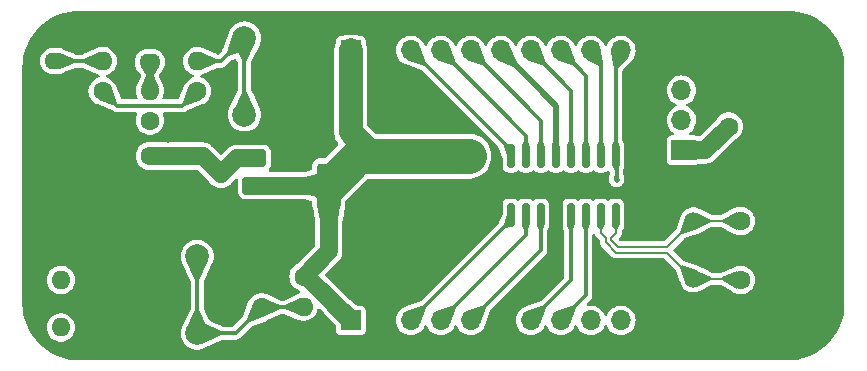
<source format=gbl>
%TF.GenerationSoftware,KiCad,Pcbnew,8.0.6*%
%TF.CreationDate,2024-11-16T11:12:32+08:00*%
%TF.ProjectId,PY32F002AW15S_mini_system,50593332-4630-4303-9241-573135535f6d,rev?*%
%TF.SameCoordinates,Original*%
%TF.FileFunction,Copper,L2,Bot*%
%TF.FilePolarity,Positive*%
%FSLAX46Y46*%
G04 Gerber Fmt 4.6, Leading zero omitted, Abs format (unit mm)*
G04 Created by KiCad (PCBNEW 8.0.6) date 2024-11-16 11:12:32*
%MOMM*%
%LPD*%
G01*
G04 APERTURE LIST*
G04 Aperture macros list*
%AMRoundRect*
0 Rectangle with rounded corners*
0 $1 Rounding radius*
0 $2 $3 $4 $5 $6 $7 $8 $9 X,Y pos of 4 corners*
0 Add a 4 corners polygon primitive as box body*
4,1,4,$2,$3,$4,$5,$6,$7,$8,$9,$2,$3,0*
0 Add four circle primitives for the rounded corners*
1,1,$1+$1,$2,$3*
1,1,$1+$1,$4,$5*
1,1,$1+$1,$6,$7*
1,1,$1+$1,$8,$9*
0 Add four rect primitives between the rounded corners*
20,1,$1+$1,$2,$3,$4,$5,0*
20,1,$1+$1,$4,$5,$6,$7,0*
20,1,$1+$1,$6,$7,$8,$9,0*
20,1,$1+$1,$8,$9,$2,$3,0*%
G04 Aperture macros list end*
%TA.AperFunction,ComponentPad*%
%ADD10C,1.600000*%
%TD*%
%TA.AperFunction,ComponentPad*%
%ADD11O,1.700000X1.100000*%
%TD*%
%TA.AperFunction,ComponentPad*%
%ADD12R,1.800000X1.400000*%
%TD*%
%TA.AperFunction,ComponentPad*%
%ADD13O,1.800000X1.400000*%
%TD*%
%TA.AperFunction,ComponentPad*%
%ADD14C,1.500000*%
%TD*%
%TA.AperFunction,ComponentPad*%
%ADD15C,2.000000*%
%TD*%
%TA.AperFunction,ComponentPad*%
%ADD16O,1.600000X1.600000*%
%TD*%
%TA.AperFunction,ComponentPad*%
%ADD17R,1.700000X1.700000*%
%TD*%
%TA.AperFunction,ComponentPad*%
%ADD18O,1.700000X1.700000*%
%TD*%
%TA.AperFunction,SMDPad,CuDef*%
%ADD19RoundRect,0.250000X-0.750000X-0.500000X0.750000X-0.500000X0.750000X0.500000X-0.750000X0.500000X0*%
%TD*%
%TA.AperFunction,SMDPad,CuDef*%
%ADD20RoundRect,0.250000X-0.750000X-1.650000X0.750000X-1.650000X0.750000X1.650000X-0.750000X1.650000X0*%
%TD*%
%TA.AperFunction,SMDPad,CuDef*%
%ADD21RoundRect,0.150000X-0.150000X0.850000X-0.150000X-0.850000X0.150000X-0.850000X0.150000X0.850000X0*%
%TD*%
%TA.AperFunction,SMDPad,CuDef*%
%ADD22RoundRect,0.250000X-0.475000X0.250000X-0.475000X-0.250000X0.475000X-0.250000X0.475000X0.250000X0*%
%TD*%
%TA.AperFunction,ViaPad*%
%ADD23C,0.500000*%
%TD*%
%TA.AperFunction,Conductor*%
%ADD24C,1.500000*%
%TD*%
%TA.AperFunction,Conductor*%
%ADD25C,0.500000*%
%TD*%
%TA.AperFunction,Conductor*%
%ADD26C,2.000000*%
%TD*%
%TA.AperFunction,Conductor*%
%ADD27C,3.000000*%
%TD*%
%TA.AperFunction,Conductor*%
%ADD28C,1.000000*%
%TD*%
%TA.AperFunction,Conductor*%
%ADD29C,0.300000*%
%TD*%
%TA.AperFunction,Conductor*%
%ADD30C,0.200000*%
%TD*%
G04 APERTURE END LIST*
D10*
%TO.P,C10,1*%
%TO.N,/NRST*%
X120450000Y-125300000D03*
%TO.P,C10,2*%
%TO.N,GND*%
X120450000Y-120300000D03*
%TD*%
D11*
%TO.P,J1,S1,SHIELD*%
%TO.N,GND*%
X107000000Y-110680000D03*
X103200000Y-110680000D03*
X107000000Y-119320000D03*
X103200000Y-119320000D03*
%TD*%
D12*
%TO.P,LED1,1,K*%
%TO.N,GND*%
X103000000Y-107000000D03*
D13*
%TO.P,LED1,2,A*%
%TO.N,Net-(LED1-A)*%
X103000000Y-104460000D03*
%TD*%
D14*
%TO.P,X1,1,1*%
%TO.N,/OSC+*%
X157000000Y-118000000D03*
D15*
%TO.P,X1,2,2*%
%TO.N,GND*%
X157000000Y-120440000D03*
D14*
%TO.P,X1,3,3*%
%TO.N,/OSC-*%
X157000000Y-122880000D03*
%TD*%
D10*
%TO.P,R1,1*%
%TO.N,VCC*%
X107000000Y-107000000D03*
D16*
%TO.P,R1,2*%
%TO.N,Net-(LED1-A)*%
X107000000Y-104460000D03*
%TD*%
D15*
%TO.P,SW2,1*%
%TO.N,Net-(R6-Pad2)*%
X119000000Y-109000000D03*
X119000000Y-102500000D03*
%TO.P,SW2,2*%
%TO.N,GND*%
X123500000Y-109000000D03*
X123500000Y-102500000D03*
%TD*%
D12*
%TO.P,LED2,1,K*%
%TO.N,GND*%
X111000000Y-102000000D03*
D13*
%TO.P,LED2,2,A*%
%TO.N,Net-(LED2-A)*%
X111000000Y-104540000D03*
%TD*%
D10*
%TO.P,R4,1*%
%TO.N,GND*%
X106000000Y-123000000D03*
D16*
%TO.P,R4,2*%
%TO.N,Net-(J1-CC1)*%
X103460000Y-123000000D03*
%TD*%
D10*
%TO.P,R3,1*%
%TO.N,GND*%
X106000000Y-127000000D03*
D16*
%TO.P,R3,2*%
%TO.N,Net-(J1-CC2)*%
X103460000Y-127000000D03*
%TD*%
D10*
%TO.P,C1,1*%
%TO.N,VBUS*%
X111000000Y-112500000D03*
%TO.P,C1,2*%
%TO.N,GND*%
X111000000Y-117500000D03*
%TD*%
D15*
%TO.P,SW1,1*%
%TO.N,/NRST*%
X115000000Y-121000000D03*
X115000000Y-127500000D03*
%TO.P,SW1,2*%
%TO.N,GND*%
X110500000Y-121000000D03*
X110500000Y-127500000D03*
%TD*%
D10*
%TO.P,C2,1*%
%TO.N,VBUS*%
X115000000Y-112500000D03*
%TO.P,C2,2*%
%TO.N,GND*%
X115000000Y-117500000D03*
%TD*%
D17*
%TO.P,J2,1,Pin_1*%
%TO.N,VCC*%
X156000000Y-112000000D03*
D18*
%TO.P,J2,2,Pin_2*%
%TO.N,/SWDIO*%
X156000000Y-109460000D03*
%TO.P,J2,3,Pin_3*%
%TO.N,/SWCLK*%
X156000000Y-106920000D03*
%TO.P,J2,4,Pin_4*%
%TO.N,GND*%
X156000000Y-104380000D03*
%TD*%
D10*
%TO.P,R6,1*%
%TO.N,VCC*%
X115000000Y-107000000D03*
D16*
%TO.P,R6,2*%
%TO.N,Net-(R6-Pad2)*%
X115000000Y-104460000D03*
%TD*%
D10*
%TO.P,C8,1*%
%TO.N,/OSC-*%
X161000000Y-123000000D03*
%TO.P,C8,2*%
%TO.N,GND*%
X166000000Y-123000000D03*
%TD*%
%TO.P,R2,1*%
%TO.N,/PA9*%
X111000000Y-109500000D03*
D16*
%TO.P,R2,2*%
%TO.N,Net-(LED2-A)*%
X111000000Y-106960000D03*
%TD*%
D10*
%TO.P,R5,1*%
%TO.N,VCC*%
X124000000Y-122705000D03*
D16*
%TO.P,R5,2*%
%TO.N,/NRST*%
X124000000Y-125245000D03*
%TD*%
D17*
%TO.P,J3,1,Pin_1*%
%TO.N,VCC*%
X128000000Y-126415800D03*
D18*
%TO.P,J3,2,Pin_2*%
%TO.N,GND*%
X130540000Y-126415800D03*
%TO.P,J3,3,Pin_3*%
%TO.N,/PA6*%
X133080000Y-126415800D03*
%TO.P,J3,4,Pin_4*%
%TO.N,/PA3*%
X135620000Y-126415800D03*
%TO.P,J3,5,Pin_5*%
%TO.N,/PA2*%
X138160000Y-126415800D03*
%TO.P,J3,6,Pin_6*%
%TO.N,GND*%
X140700000Y-126415800D03*
%TO.P,J3,7,Pin_7*%
%TO.N,/PA1*%
X143240000Y-126415800D03*
%TO.P,J3,8,Pin_8*%
%TO.N,/PA0*%
X145780000Y-126415800D03*
%TO.P,J3,9,Pin_9*%
%TO.N,/OSC+*%
X148320000Y-126415800D03*
%TO.P,J3,10,Pin_10*%
%TO.N,/OSC-*%
X150860000Y-126415800D03*
%TD*%
D17*
%TO.P,J5,1,Pin_1*%
%TO.N,VCC*%
X128000000Y-103555800D03*
D18*
%TO.P,J5,2,Pin_2*%
%TO.N,GND*%
X130540000Y-103555800D03*
%TO.P,J5,3,Pin_3*%
%TO.N,/PA7*%
X133080000Y-103555800D03*
%TO.P,J5,4,Pin_4*%
%TO.N,/PB0*%
X135620000Y-103555800D03*
%TO.P,J5,5,Pin_5*%
%TO.N,/PB1*%
X138160000Y-103555800D03*
%TO.P,J5,6,Pin_6*%
%TO.N,VCC*%
X140700000Y-103555800D03*
%TO.P,J5,7,Pin_7*%
%TO.N,/PA9*%
X143240000Y-103555800D03*
%TO.P,J5,8,Pin_8*%
%TO.N,/SWDIO*%
X145780000Y-103555800D03*
%TO.P,J5,9,Pin_9*%
%TO.N,/SWCLK*%
X148320000Y-103555800D03*
%TO.P,J5,10,Pin_10*%
%TO.N,/NRST*%
X150860000Y-103555800D03*
%TD*%
D10*
%TO.P,C9,1*%
%TO.N,VCC*%
X160000000Y-110000000D03*
%TO.P,C9,2*%
%TO.N,GND*%
X160000000Y-105000000D03*
%TD*%
%TO.P,C5,1*%
%TO.N,VCC*%
X134000000Y-112500000D03*
%TO.P,C5,2*%
%TO.N,GND*%
X134000000Y-117500000D03*
%TD*%
%TO.P,C7,1*%
%TO.N,/OSC+*%
X161000000Y-118000000D03*
%TO.P,C7,2*%
%TO.N,GND*%
X166000000Y-118000000D03*
%TD*%
%TO.P,C6,1*%
%TO.N,VCC*%
X138000000Y-112500000D03*
%TO.P,C6,2*%
%TO.N,GND*%
X138000000Y-117500000D03*
%TD*%
%TO.P,C4,1*%
%TO.N,VCC*%
X130000000Y-112500000D03*
%TO.P,C4,2*%
%TO.N,GND*%
X130000000Y-117500000D03*
%TD*%
D19*
%TO.P,U1,1*%
%TO.N,GND*%
X119850000Y-117300000D03*
%TO.P,U1,2,OUT*%
%TO.N,VCC*%
X119850000Y-115000000D03*
D20*
X126150000Y-115000000D03*
D19*
%TO.P,U1,3,IN*%
%TO.N,VBUS*%
X119850000Y-112700000D03*
%TD*%
D21*
%TO.P,U2,1,PA7*%
%TO.N,/PA7*%
X141555000Y-112500000D03*
%TO.P,U2,2,PB0*%
%TO.N,/PB0*%
X142825000Y-112500000D03*
%TO.P,U2,3,PB1*%
%TO.N,/PB1*%
X144095000Y-112500000D03*
%TO.P,U2,4,VCC*%
%TO.N,VCC*%
X145365000Y-112500000D03*
%TO.P,U2,5,PA9*%
%TO.N,/PA9*%
X146635000Y-112500000D03*
%TO.P,U2,6,PA13-SWD*%
%TO.N,/SWDIO*%
X147905000Y-112500000D03*
%TO.P,U2,7,PA14-SWC*%
%TO.N,/SWCLK*%
X149175000Y-112500000D03*
%TO.P,U2,8,PF2-NRST*%
%TO.N,/NRST*%
X150445000Y-112500000D03*
%TO.P,U2,9,PF0-OSCIN*%
%TO.N,/OSC+*%
X150445000Y-117500000D03*
%TO.P,U2,10,PF1-OSCOUT*%
%TO.N,/OSC-*%
X149175000Y-117500000D03*
%TO.P,U2,11,PA0*%
%TO.N,/PA0*%
X147905000Y-117500000D03*
%TO.P,U2,12,PA1*%
%TO.N,/PA1*%
X146635000Y-117500000D03*
%TO.P,U2,13,VSS*%
%TO.N,GND*%
X145365000Y-117500000D03*
%TO.P,U2,14,PA2*%
%TO.N,/PA2*%
X144095000Y-117500000D03*
%TO.P,U2,15,PA3*%
%TO.N,/PA3*%
X142825000Y-117500000D03*
%TO.P,U2,16,PA6*%
%TO.N,/PA6*%
X141555000Y-117500000D03*
%TD*%
D22*
%TO.P,C3,1*%
%TO.N,VBUS*%
X117000000Y-114050000D03*
%TO.P,C3,2*%
%TO.N,GND*%
X117000000Y-115950000D03*
%TD*%
D23*
%TO.N,GND*%
X108680000Y-107150000D03*
X157280000Y-127600000D03*
X167900000Y-122050000D03*
X120950000Y-101800000D03*
X147350000Y-101300000D03*
X149150000Y-114400000D03*
X151160000Y-101300000D03*
X122200000Y-113300000D03*
X161090000Y-127600000D03*
X167900000Y-110620000D03*
X153950000Y-121950000D03*
X159000000Y-122000000D03*
X124350000Y-128850000D03*
X116730000Y-128850000D03*
X116850000Y-126350000D03*
X103650000Y-125000000D03*
X158780000Y-101300000D03*
X133660000Y-120050000D03*
X151750000Y-119150000D03*
X101250000Y-114420000D03*
X154970000Y-101300000D03*
X120200000Y-104800000D03*
X167900000Y-125860000D03*
X128000000Y-121250000D03*
X167900000Y-118240000D03*
X112920000Y-128850000D03*
X151450000Y-115500000D03*
X130200000Y-109800000D03*
X159000000Y-119050000D03*
X144950000Y-115200000D03*
X120540000Y-128850000D03*
X101250000Y-118230000D03*
X125850000Y-111700000D03*
X164900000Y-127600000D03*
X129727100Y-101822900D03*
X153470000Y-127600000D03*
X143540000Y-101300000D03*
X141500000Y-115000000D03*
X112550000Y-111100000D03*
X167900000Y-114430000D03*
X166400000Y-101300000D03*
X139020000Y-129000000D03*
X105650000Y-105750000D03*
X109110000Y-128850000D03*
X137470000Y-120050000D03*
X152000000Y-105350000D03*
X142830000Y-129000000D03*
X146640000Y-129000000D03*
X101250000Y-125850000D03*
X126200000Y-102600000D03*
X167900000Y-103000000D03*
X123900000Y-117000000D03*
X101250000Y-110610000D03*
X105300000Y-128850000D03*
X135210000Y-129000000D03*
X114750000Y-100800000D03*
X117700000Y-116650000D03*
X139550000Y-101900000D03*
X131400000Y-129000000D03*
X149350000Y-121300000D03*
X150450000Y-129000000D03*
X122400000Y-124000000D03*
X103300000Y-120900000D03*
X157650000Y-110000000D03*
X116700000Y-102250000D03*
X162590000Y-101300000D03*
X167900000Y-106810000D03*
X101250000Y-122040000D03*
X129850000Y-120050000D03*
X112450000Y-105700000D03*
X127590000Y-129000000D03*
X137550000Y-109950000D03*
X101250000Y-106800000D03*
X150900000Y-124700000D03*
%TO.N,/NRST*%
X150500000Y-114500000D03*
%TD*%
D24*
%TO.N,VBUS*%
X111000000Y-112500000D02*
X115000000Y-112500000D01*
X115450000Y-112500000D02*
X117000000Y-114050000D01*
X117000000Y-114050000D02*
X118350000Y-112700000D01*
X118350000Y-112700000D02*
X119850000Y-112700000D01*
X115000000Y-112500000D02*
X115450000Y-112500000D01*
%TO.N,GND*%
X129727100Y-101822900D02*
X129404200Y-101500000D01*
D25*
X145365000Y-121750800D02*
X140700000Y-126415800D01*
D26*
X103200000Y-110680000D02*
X103200000Y-107200000D01*
D24*
X117700000Y-116650000D02*
X118350000Y-117300000D01*
D25*
X145365000Y-117500000D02*
X145365000Y-121750800D01*
D26*
X110500000Y-127500000D02*
X110500000Y-121000000D01*
D27*
X130000000Y-117500000D02*
X138000000Y-117500000D01*
D24*
X119850000Y-119700000D02*
X120450000Y-120300000D01*
X159380000Y-104380000D02*
X160000000Y-105000000D01*
X115000000Y-117500000D02*
X115450000Y-117500000D01*
D26*
X166000000Y-120450000D02*
X166000000Y-118000000D01*
X130540000Y-126415800D02*
X130540000Y-118040000D01*
D24*
X117000000Y-115950000D02*
X117700000Y-116650000D01*
D28*
X107000000Y-110680000D02*
X103200000Y-110680000D01*
D26*
X166000000Y-123000000D02*
X166000000Y-120450000D01*
D24*
X130540000Y-103555800D02*
X130540000Y-102635800D01*
X115450000Y-117500000D02*
X117000000Y-115950000D01*
X107000000Y-119320000D02*
X107000000Y-122000000D01*
X156000000Y-104380000D02*
X159380000Y-104380000D01*
X130540000Y-102635800D02*
X129727100Y-101822900D01*
D26*
X123500000Y-102500000D02*
X123500000Y-109000000D01*
D24*
X111000000Y-117500000D02*
X115000000Y-117500000D01*
X107000000Y-122000000D02*
X106000000Y-123000000D01*
D26*
X157000000Y-120440000D02*
X165990000Y-120440000D01*
D24*
X129404200Y-101500000D02*
X124500000Y-101500000D01*
D26*
X130540000Y-118040000D02*
X130000000Y-117500000D01*
D24*
X118350000Y-117300000D02*
X119850000Y-117300000D01*
D26*
X165990000Y-120440000D02*
X166000000Y-120450000D01*
D24*
X124500000Y-101500000D02*
X123500000Y-102500000D01*
X106000000Y-127000000D02*
X106000000Y-123000000D01*
X119850000Y-117300000D02*
X119850000Y-119700000D01*
D26*
X110500000Y-118000000D02*
X111000000Y-117500000D01*
X103200000Y-107200000D02*
X103000000Y-107000000D01*
X110500000Y-121000000D02*
X110500000Y-118000000D01*
D28*
X103200000Y-119320000D02*
X107000000Y-119320000D01*
D25*
%TO.N,VCC*%
X145365000Y-108220800D02*
X140700000Y-103555800D01*
D24*
X126150000Y-115000000D02*
X126150000Y-120555000D01*
X156000000Y-112000000D02*
X158000000Y-112000000D01*
X124000000Y-122705000D02*
X124289200Y-122705000D01*
D26*
X130000000Y-112500000D02*
X128000000Y-110500000D01*
D24*
X119850000Y-115000000D02*
X126150000Y-115000000D01*
D25*
X145365000Y-112500000D02*
X145365000Y-108220800D01*
D27*
X130000000Y-112500000D02*
X138000000Y-112500000D01*
X130000000Y-112500000D02*
X128650000Y-112500000D01*
D29*
X108250000Y-108250000D02*
X113750000Y-108250000D01*
X113750000Y-108250000D02*
X115000000Y-107000000D01*
D24*
X158000000Y-112000000D02*
X160000000Y-110000000D01*
D29*
X107000000Y-107000000D02*
X108250000Y-108250000D01*
D24*
X126150000Y-120555000D02*
X124000000Y-122705000D01*
X124289200Y-122705000D02*
X128000000Y-126415800D01*
D27*
X128650000Y-112500000D02*
X126150000Y-115000000D01*
D26*
X128000000Y-110500000D02*
X128000000Y-103555800D01*
D30*
%TO.N,/OSC+*%
X157000000Y-118000000D02*
X161000000Y-118000000D01*
X154785001Y-120214999D02*
X150633199Y-120214999D01*
X150633199Y-120214999D02*
X150035000Y-119616800D01*
X157000000Y-118000000D02*
X154785001Y-120214999D01*
X150445000Y-119000001D02*
X150445000Y-117500000D01*
X150035000Y-119410001D02*
X150445000Y-119000001D01*
X150035000Y-119616800D02*
X150035000Y-119410001D01*
%TO.N,/OSC-*%
X149585000Y-119803200D02*
X149585000Y-119410001D01*
X149585000Y-119410001D02*
X149175000Y-119000001D01*
X157000000Y-122880000D02*
X160880000Y-122880000D01*
X157000000Y-122880000D02*
X154785001Y-120665001D01*
X150446801Y-120665001D02*
X149585000Y-119803200D01*
X154785001Y-120665001D02*
X150446801Y-120665001D01*
X160880000Y-122880000D02*
X161000000Y-123000000D01*
X149175000Y-119000001D02*
X149175000Y-117500000D01*
D29*
%TO.N,/NRST*%
X150500000Y-114500000D02*
X150500000Y-112555000D01*
X150445000Y-103970800D02*
X150860000Y-103555800D01*
X123945000Y-125300000D02*
X124000000Y-125245000D01*
X150500000Y-112555000D02*
X150445000Y-112500000D01*
X115000000Y-127500000D02*
X118250000Y-127500000D01*
X115000000Y-121000000D02*
X115000000Y-127500000D01*
X118250000Y-127500000D02*
X120450000Y-125300000D01*
X120450000Y-125300000D02*
X123945000Y-125300000D01*
X150445000Y-112500000D02*
X150445000Y-103970800D01*
%TO.N,/SWCLK*%
X149175000Y-112500000D02*
X149175000Y-104410800D01*
X149175000Y-104410800D02*
X148320000Y-103555800D01*
%TO.N,/SWDIO*%
X147905000Y-105680800D02*
X145780000Y-103555800D01*
X147905000Y-112500000D02*
X147905000Y-105680800D01*
%TO.N,Net-(LED1-A)*%
X103000000Y-104460000D02*
X107000000Y-104460000D01*
%TO.N,Net-(LED2-A)*%
X111000000Y-106960000D02*
X111000000Y-104540000D01*
%TO.N,/PA9*%
X146635000Y-112500000D02*
X146635000Y-106950800D01*
X146635000Y-106950800D02*
X143240000Y-103555800D01*
%TO.N,/PB1*%
X144095000Y-112500000D02*
X144095000Y-109490800D01*
X144095000Y-109490800D02*
X138160000Y-103555800D01*
%TO.N,/PA6*%
X133086700Y-126415800D02*
X133080000Y-126415800D01*
X141555000Y-117947500D02*
X133086700Y-126415800D01*
X141555000Y-117500000D02*
X141555000Y-117947500D01*
%TO.N,/PA2*%
X144095000Y-117500000D02*
X144095000Y-120480800D01*
X144095000Y-120480800D02*
X138160000Y-126415800D01*
%TO.N,/PB0*%
X142825000Y-110760800D02*
X135620000Y-103555800D01*
X142825000Y-112500000D02*
X142825000Y-110760800D01*
%TO.N,/PA1*%
X146635000Y-117500000D02*
X146635000Y-123020800D01*
X146635000Y-123020800D02*
X143240000Y-126415800D01*
%TO.N,/PA0*%
X147905000Y-124290800D02*
X145780000Y-126415800D01*
X147905000Y-117500000D02*
X147905000Y-124290800D01*
%TO.N,/PA7*%
X141555000Y-112500000D02*
X141555000Y-112005000D01*
X133105800Y-103555800D02*
X133080000Y-103555800D01*
X141555000Y-112005000D02*
X133105800Y-103555800D01*
%TO.N,/PA3*%
X142825000Y-119210800D02*
X135620000Y-126415800D01*
X142825000Y-117500000D02*
X142825000Y-119210800D01*
%TO.N,Net-(R6-Pad2)*%
X115000000Y-104460000D02*
X117040000Y-104460000D01*
X119000000Y-102500000D02*
X119000000Y-109000000D01*
X117040000Y-104460000D02*
X119000000Y-102500000D01*
%TD*%
%TA.AperFunction,Conductor*%
%TO.N,GND*%
G36*
X165002702Y-100200617D02*
G01*
X165412917Y-100218528D01*
X165423654Y-100219468D01*
X165828057Y-100272708D01*
X165838695Y-100274583D01*
X166236925Y-100362869D01*
X166247365Y-100365667D01*
X166636363Y-100488317D01*
X166646524Y-100492015D01*
X167023363Y-100648108D01*
X167033155Y-100652674D01*
X167394965Y-100841020D01*
X167404305Y-100846413D01*
X167689636Y-101028189D01*
X167748309Y-101065568D01*
X167757170Y-101071772D01*
X168080766Y-101320076D01*
X168089053Y-101327030D01*
X168389767Y-101602583D01*
X168397416Y-101610232D01*
X168672969Y-101910946D01*
X168679923Y-101919233D01*
X168928227Y-102242829D01*
X168934431Y-102251690D01*
X168978048Y-102320154D01*
X169143904Y-102580496D01*
X169153578Y-102595680D01*
X169158987Y-102605048D01*
X169347322Y-102966838D01*
X169351894Y-102976642D01*
X169507983Y-103353473D01*
X169511683Y-103363639D01*
X169634331Y-103752630D01*
X169637131Y-103763078D01*
X169725414Y-104161296D01*
X169727292Y-104171950D01*
X169780529Y-104576326D01*
X169781472Y-104587102D01*
X169799382Y-104997297D01*
X169799500Y-105002706D01*
X169799500Y-124997293D01*
X169799382Y-125002702D01*
X169781472Y-125412897D01*
X169780529Y-125423673D01*
X169727292Y-125828049D01*
X169725414Y-125838703D01*
X169637131Y-126236921D01*
X169634331Y-126247369D01*
X169511683Y-126636360D01*
X169507983Y-126646526D01*
X169351894Y-127023357D01*
X169347322Y-127033161D01*
X169158987Y-127394951D01*
X169153578Y-127404319D01*
X168934431Y-127748309D01*
X168928227Y-127757170D01*
X168679923Y-128080766D01*
X168672969Y-128089053D01*
X168397416Y-128389767D01*
X168389767Y-128397416D01*
X168089053Y-128672969D01*
X168080766Y-128679923D01*
X167757170Y-128928227D01*
X167748309Y-128934431D01*
X167404319Y-129153578D01*
X167394951Y-129158987D01*
X167033161Y-129347322D01*
X167023357Y-129351894D01*
X166646526Y-129507983D01*
X166636360Y-129511683D01*
X166247369Y-129634331D01*
X166236921Y-129637131D01*
X165838703Y-129725414D01*
X165828049Y-129727292D01*
X165423673Y-129780529D01*
X165412897Y-129781472D01*
X165002703Y-129799382D01*
X164997294Y-129799500D01*
X105002706Y-129799500D01*
X104997297Y-129799382D01*
X104587102Y-129781472D01*
X104576326Y-129780529D01*
X104171950Y-129727292D01*
X104161296Y-129725414D01*
X103763078Y-129637131D01*
X103752630Y-129634331D01*
X103363639Y-129511683D01*
X103353473Y-129507983D01*
X102976642Y-129351894D01*
X102966838Y-129347322D01*
X102847126Y-129285004D01*
X102605042Y-129158983D01*
X102595686Y-129153582D01*
X102423685Y-129044004D01*
X102251690Y-128934431D01*
X102242829Y-128928227D01*
X101919233Y-128679923D01*
X101910946Y-128672969D01*
X101610232Y-128397416D01*
X101602583Y-128389767D01*
X101327030Y-128089053D01*
X101320076Y-128080766D01*
X101071772Y-127757170D01*
X101065568Y-127748309D01*
X101003859Y-127651446D01*
X100846413Y-127404305D01*
X100841020Y-127394965D01*
X100652674Y-127033155D01*
X100648105Y-127023357D01*
X100638430Y-127000000D01*
X100638430Y-126999999D01*
X102254357Y-126999999D01*
X102254357Y-127000000D01*
X102274884Y-127221535D01*
X102274885Y-127221537D01*
X102335769Y-127435523D01*
X102335775Y-127435538D01*
X102434938Y-127634683D01*
X102434943Y-127634691D01*
X102569020Y-127812238D01*
X102733437Y-127962123D01*
X102733439Y-127962125D01*
X102922595Y-128079245D01*
X102922596Y-128079245D01*
X102922599Y-128079247D01*
X103130060Y-128159618D01*
X103348757Y-128200500D01*
X103348759Y-128200500D01*
X103571241Y-128200500D01*
X103571243Y-128200500D01*
X103789940Y-128159618D01*
X103997401Y-128079247D01*
X104186562Y-127962124D01*
X104350981Y-127812236D01*
X104485058Y-127634689D01*
X104584229Y-127435528D01*
X104645115Y-127221536D01*
X104665643Y-127000000D01*
X104664468Y-126987324D01*
X104645115Y-126778464D01*
X104645114Y-126778462D01*
X104603948Y-126633779D01*
X104584229Y-126564472D01*
X104567392Y-126530658D01*
X104485061Y-126365316D01*
X104485056Y-126365308D01*
X104350979Y-126187761D01*
X104186562Y-126037876D01*
X104186560Y-126037874D01*
X103997404Y-125920754D01*
X103997398Y-125920752D01*
X103789940Y-125840382D01*
X103571243Y-125799500D01*
X103348757Y-125799500D01*
X103130060Y-125840382D01*
X103075169Y-125861647D01*
X102922601Y-125920752D01*
X102922595Y-125920754D01*
X102733439Y-126037874D01*
X102733437Y-126037876D01*
X102569020Y-126187761D01*
X102434943Y-126365308D01*
X102434938Y-126365316D01*
X102335775Y-126564461D01*
X102335769Y-126564476D01*
X102274885Y-126778462D01*
X102274884Y-126778464D01*
X102254357Y-126999999D01*
X100638430Y-126999999D01*
X100492015Y-126646524D01*
X100488316Y-126636360D01*
X100465646Y-126564461D01*
X100365667Y-126247365D01*
X100362868Y-126236921D01*
X100274583Y-125838695D01*
X100272707Y-125828049D01*
X100219468Y-125423654D01*
X100218528Y-125412917D01*
X100200618Y-125002702D01*
X100200500Y-124997293D01*
X100200500Y-122999999D01*
X102254357Y-122999999D01*
X102254357Y-123000000D01*
X102274884Y-123221535D01*
X102274885Y-123221537D01*
X102335769Y-123435523D01*
X102335775Y-123435538D01*
X102434938Y-123634683D01*
X102434943Y-123634691D01*
X102569020Y-123812238D01*
X102733437Y-123962123D01*
X102733439Y-123962125D01*
X102922595Y-124079245D01*
X102922596Y-124079245D01*
X102922599Y-124079247D01*
X103130060Y-124159618D01*
X103348757Y-124200500D01*
X103348759Y-124200500D01*
X103571241Y-124200500D01*
X103571243Y-124200500D01*
X103789940Y-124159618D01*
X103997401Y-124079247D01*
X104186562Y-123962124D01*
X104350981Y-123812236D01*
X104485058Y-123634689D01*
X104584229Y-123435528D01*
X104645115Y-123221536D01*
X104665643Y-123000000D01*
X104645115Y-122778464D01*
X104584229Y-122564472D01*
X104584224Y-122564461D01*
X104485061Y-122365316D01*
X104485056Y-122365308D01*
X104350979Y-122187761D01*
X104186562Y-122037876D01*
X104186560Y-122037874D01*
X103997404Y-121920754D01*
X103997398Y-121920752D01*
X103789940Y-121840382D01*
X103571243Y-121799500D01*
X103348757Y-121799500D01*
X103130060Y-121840382D01*
X103021388Y-121882482D01*
X102922601Y-121920752D01*
X102922595Y-121920754D01*
X102733439Y-122037874D01*
X102733437Y-122037876D01*
X102569020Y-122187761D01*
X102434943Y-122365308D01*
X102434938Y-122365316D01*
X102335775Y-122564461D01*
X102335769Y-122564476D01*
X102274885Y-122778462D01*
X102274884Y-122778464D01*
X102254357Y-122999999D01*
X100200500Y-122999999D01*
X100200500Y-112499999D01*
X109794357Y-112499999D01*
X109794357Y-112500000D01*
X109814884Y-112721535D01*
X109814885Y-112721537D01*
X109875769Y-112935523D01*
X109875775Y-112935538D01*
X109974938Y-113134683D01*
X109974943Y-113134691D01*
X110109020Y-113312238D01*
X110261088Y-113450866D01*
X110271542Y-113460396D01*
X110273437Y-113462123D01*
X110273439Y-113462125D01*
X110462595Y-113579245D01*
X110462596Y-113579245D01*
X110462599Y-113579247D01*
X110670060Y-113659618D01*
X110888757Y-113700500D01*
X110888759Y-113700500D01*
X111111241Y-113700500D01*
X111111243Y-113700500D01*
X111329940Y-113659618D01*
X111331861Y-113658873D01*
X111333889Y-113658494D01*
X111335455Y-113658049D01*
X111335496Y-113658194D01*
X111376655Y-113650500D01*
X114623345Y-113650500D01*
X114664503Y-113658194D01*
X114664545Y-113658049D01*
X114666110Y-113658494D01*
X114668138Y-113658873D01*
X114670060Y-113659618D01*
X114888757Y-113700500D01*
X114972085Y-113700500D01*
X115039124Y-113720185D01*
X115059766Y-113736819D01*
X115969943Y-114646996D01*
X115988994Y-114671556D01*
X116006916Y-114701861D01*
X116006923Y-114701870D01*
X116123129Y-114818076D01*
X116123132Y-114818078D01*
X116123135Y-114818081D01*
X116153444Y-114836005D01*
X116178002Y-114855055D01*
X116250499Y-114927552D01*
X116397006Y-115033996D01*
X116476145Y-115074319D01*
X116558360Y-115116211D01*
X116558363Y-115116212D01*
X116644476Y-115144191D01*
X116730591Y-115172171D01*
X116909454Y-115200501D01*
X116909455Y-115200501D01*
X117090545Y-115200501D01*
X117090546Y-115200501D01*
X117269409Y-115172171D01*
X117441639Y-115116211D01*
X117602994Y-115033996D01*
X117749501Y-114927552D01*
X117821997Y-114855054D01*
X117846553Y-114836006D01*
X117876865Y-114818081D01*
X117993081Y-114701865D01*
X118011005Y-114671556D01*
X118030052Y-114646999D01*
X118237819Y-114439232D01*
X118299142Y-114405748D01*
X118368834Y-114410732D01*
X118424767Y-114452604D01*
X118449184Y-114518068D01*
X118449500Y-114526914D01*
X118449500Y-115565701D01*
X118452401Y-115602567D01*
X118452402Y-115602573D01*
X118498254Y-115760393D01*
X118498255Y-115760396D01*
X118581917Y-115901862D01*
X118581923Y-115901870D01*
X118698129Y-116018076D01*
X118698133Y-116018079D01*
X118698135Y-116018081D01*
X118839602Y-116101744D01*
X118881224Y-116113836D01*
X118997426Y-116147597D01*
X118997429Y-116147597D01*
X118997431Y-116147598D01*
X119034306Y-116150500D01*
X119759454Y-116150500D01*
X124064816Y-116150500D01*
X124094890Y-116154202D01*
X124655575Y-116294372D01*
X124715838Y-116329728D01*
X124747420Y-116392053D01*
X124749500Y-116414670D01*
X124749500Y-116715701D01*
X124752401Y-116752567D01*
X124752402Y-116752573D01*
X124767682Y-116805165D01*
X124771729Y-116825039D01*
X124772258Y-116829469D01*
X124997090Y-117953118D01*
X124999500Y-117977447D01*
X124999500Y-120027084D01*
X124979815Y-120094123D01*
X124963181Y-120114765D01*
X123445451Y-121632494D01*
X123423048Y-121650239D01*
X123273442Y-121742872D01*
X123273437Y-121742876D01*
X123109020Y-121892761D01*
X122974943Y-122070308D01*
X122974938Y-122070316D01*
X122875775Y-122269461D01*
X122875769Y-122269476D01*
X122814885Y-122483462D01*
X122814884Y-122483464D01*
X122794357Y-122704999D01*
X122794357Y-122705000D01*
X122814884Y-122926535D01*
X122814885Y-122926537D01*
X122875769Y-123140523D01*
X122875775Y-123140538D01*
X122974938Y-123339683D01*
X122974943Y-123339691D01*
X123109020Y-123517238D01*
X123273437Y-123667123D01*
X123273439Y-123667125D01*
X123462595Y-123784245D01*
X123462596Y-123784245D01*
X123462599Y-123784247D01*
X123656523Y-123859373D01*
X123711922Y-123901945D01*
X123735513Y-123967712D01*
X123719802Y-124035792D01*
X123669778Y-124084571D01*
X123656521Y-124090626D01*
X123531132Y-124139202D01*
X123523958Y-124141730D01*
X123500689Y-124149138D01*
X123500671Y-124149145D01*
X123489775Y-124154616D01*
X123478941Y-124159421D01*
X123462601Y-124165751D01*
X123445874Y-124176107D01*
X123436243Y-124181492D01*
X123358046Y-124220752D01*
X122331156Y-124736317D01*
X122275521Y-124749500D01*
X122175852Y-124749500D01*
X122124469Y-124738353D01*
X120935192Y-124196863D01*
X120928502Y-124193889D01*
X120928169Y-124193744D01*
X120928160Y-124193740D01*
X120928154Y-124193738D01*
X120892578Y-124180253D01*
X120892573Y-124180251D01*
X120889026Y-124179685D01*
X120863786Y-124172864D01*
X120779940Y-124140382D01*
X120561243Y-124099500D01*
X120338757Y-124099500D01*
X120120060Y-124140382D01*
X120013943Y-124181492D01*
X119912601Y-124220752D01*
X119912595Y-124220754D01*
X119723439Y-124337874D01*
X119723437Y-124337876D01*
X119559020Y-124487761D01*
X119424943Y-124665308D01*
X119424936Y-124665320D01*
X119325771Y-124864470D01*
X119325315Y-124866075D01*
X119322183Y-124875597D01*
X118868827Y-126086882D01*
X118840376Y-126131097D01*
X118058294Y-126913181D01*
X117996971Y-126946666D01*
X117970613Y-126949500D01*
X117130606Y-126949500D01*
X117077084Y-126937354D01*
X117056864Y-126927679D01*
X116442649Y-126633779D01*
X116092226Y-126466103D01*
X116040249Y-126419411D01*
X116033894Y-126407771D01*
X116032651Y-126405174D01*
X115761598Y-125838703D01*
X115562646Y-125422914D01*
X115550500Y-125369392D01*
X115550500Y-123130606D01*
X115562646Y-123077084D01*
X115705535Y-122778462D01*
X116284338Y-121568832D01*
X116288916Y-121558923D01*
X116289167Y-121558360D01*
X116304334Y-121518938D01*
X116304335Y-121518933D01*
X116306018Y-121512675D01*
X116306956Y-121512927D01*
X116312243Y-121494858D01*
X116329155Y-121456305D01*
X116329157Y-121456299D01*
X116329158Y-121456298D01*
X116386134Y-121231305D01*
X116388577Y-121201820D01*
X116405300Y-121000006D01*
X116405300Y-120999993D01*
X116386135Y-120768702D01*
X116386133Y-120768691D01*
X116329157Y-120543699D01*
X116235924Y-120331151D01*
X116108983Y-120136852D01*
X116108980Y-120136849D01*
X116108979Y-120136847D01*
X115951784Y-119966087D01*
X115951779Y-119966083D01*
X115951777Y-119966081D01*
X115768634Y-119823535D01*
X115768628Y-119823531D01*
X115564504Y-119713064D01*
X115564495Y-119713061D01*
X115344984Y-119637702D01*
X115125523Y-119601081D01*
X115116049Y-119599500D01*
X114883951Y-119599500D01*
X114874477Y-119601081D01*
X114655015Y-119637702D01*
X114435504Y-119713061D01*
X114435495Y-119713064D01*
X114231371Y-119823531D01*
X114231365Y-119823535D01*
X114048222Y-119966081D01*
X114048219Y-119966084D01*
X113891016Y-120136852D01*
X113764075Y-120331151D01*
X113670842Y-120543699D01*
X113613866Y-120768691D01*
X113613864Y-120768702D01*
X113594700Y-120999993D01*
X113594700Y-121000006D01*
X113613864Y-121231297D01*
X113613866Y-121231308D01*
X113670842Y-121456298D01*
X113670843Y-121456302D01*
X113702981Y-121529569D01*
X113708274Y-121544009D01*
X113715661Y-121568832D01*
X114400469Y-123000000D01*
X114437354Y-123077084D01*
X114449500Y-123130606D01*
X114449500Y-125369392D01*
X114437354Y-125422914D01*
X113715683Y-126931119D01*
X113711073Y-126941097D01*
X113710833Y-126941636D01*
X113695665Y-126981059D01*
X113693981Y-126987324D01*
X113693097Y-126987086D01*
X113687759Y-127005132D01*
X113670843Y-127043697D01*
X113670842Y-127043701D01*
X113613866Y-127268691D01*
X113613864Y-127268702D01*
X113594700Y-127499993D01*
X113594700Y-127500006D01*
X113613864Y-127731297D01*
X113613866Y-127731308D01*
X113670842Y-127956300D01*
X113764075Y-128168848D01*
X113891016Y-128363147D01*
X113891019Y-128363151D01*
X113891021Y-128363153D01*
X114048216Y-128533913D01*
X114048219Y-128533915D01*
X114048222Y-128533918D01*
X114231365Y-128676464D01*
X114231371Y-128676468D01*
X114231374Y-128676470D01*
X114398860Y-128767109D01*
X114429818Y-128783863D01*
X114435497Y-128786936D01*
X114549487Y-128826068D01*
X114655015Y-128862297D01*
X114655017Y-128862297D01*
X114655019Y-128862298D01*
X114883951Y-128900500D01*
X114883952Y-128900500D01*
X115116048Y-128900500D01*
X115116049Y-128900500D01*
X115344981Y-128862298D01*
X115564503Y-128786936D01*
X115570223Y-128783840D01*
X115575661Y-128781069D01*
X117077082Y-128062645D01*
X117130604Y-128050500D01*
X118322472Y-128050500D01*
X118322474Y-128050500D01*
X118322475Y-128050500D01*
X118462485Y-128012984D01*
X118588015Y-127940510D01*
X119618904Y-126909619D01*
X119663113Y-126881172D01*
X120886956Y-126423116D01*
X120893088Y-126420764D01*
X120893452Y-126420621D01*
X120919208Y-126409049D01*
X120930643Y-126404924D01*
X120930600Y-126404806D01*
X120935180Y-126403140D01*
X120935180Y-126403139D01*
X120935187Y-126403138D01*
X122124467Y-125861647D01*
X122175850Y-125850500D01*
X122293113Y-125850500D01*
X122340771Y-125860023D01*
X123527192Y-126353957D01*
X123527192Y-126353956D01*
X123551920Y-126364251D01*
X123557267Y-126365104D01*
X123557271Y-126365106D01*
X123562651Y-126365964D01*
X123587898Y-126372787D01*
X123670060Y-126404618D01*
X123888757Y-126445500D01*
X123888759Y-126445500D01*
X124111241Y-126445500D01*
X124111243Y-126445500D01*
X124329940Y-126404618D01*
X124537401Y-126324247D01*
X124726562Y-126207124D01*
X124890981Y-126057236D01*
X125025058Y-125879689D01*
X125124229Y-125680528D01*
X125180214Y-125483760D01*
X125217493Y-125424667D01*
X125280803Y-125395110D01*
X125350042Y-125404472D01*
X125387161Y-125430014D01*
X125700924Y-125743777D01*
X125717663Y-125764582D01*
X125722882Y-125772732D01*
X126718179Y-126892443D01*
X126748005Y-126955626D01*
X126749500Y-126974823D01*
X126749500Y-127297317D01*
X126760292Y-127365457D01*
X126764354Y-127391104D01*
X126821950Y-127504142D01*
X126821952Y-127504144D01*
X126821954Y-127504147D01*
X126911652Y-127593845D01*
X126911654Y-127593846D01*
X126911658Y-127593850D01*
X126991813Y-127634691D01*
X127024698Y-127651447D01*
X127118475Y-127666299D01*
X127118481Y-127666300D01*
X128881518Y-127666299D01*
X128975304Y-127651446D01*
X129088342Y-127593850D01*
X129178050Y-127504142D01*
X129235646Y-127391104D01*
X129235646Y-127391102D01*
X129235647Y-127391101D01*
X129250499Y-127297324D01*
X129250500Y-127297319D01*
X129250499Y-126415797D01*
X131824723Y-126415797D01*
X131824723Y-126415802D01*
X131843793Y-126633775D01*
X131843793Y-126633779D01*
X131900422Y-126845122D01*
X131900424Y-126845126D01*
X131900425Y-126845130D01*
X131923502Y-126894618D01*
X131992897Y-127043438D01*
X131993081Y-127043701D01*
X132118402Y-127222677D01*
X132273123Y-127377398D01*
X132452361Y-127502902D01*
X132650670Y-127595375D01*
X132862023Y-127652007D01*
X133044926Y-127668008D01*
X133079998Y-127671077D01*
X133080000Y-127671077D01*
X133080002Y-127671077D01*
X133108254Y-127668605D01*
X133297977Y-127652007D01*
X133509330Y-127595375D01*
X133707639Y-127502902D01*
X133886877Y-127377398D01*
X134041598Y-127222677D01*
X134167102Y-127043439D01*
X134235655Y-126896424D01*
X134239930Y-126888093D01*
X134242087Y-126884257D01*
X134292089Y-126835463D01*
X134360539Y-126821446D01*
X134425700Y-126846661D01*
X134462564Y-126892608D01*
X134532897Y-127043438D01*
X134533081Y-127043701D01*
X134658402Y-127222677D01*
X134813123Y-127377398D01*
X134992361Y-127502902D01*
X135190670Y-127595375D01*
X135402023Y-127652007D01*
X135584926Y-127668008D01*
X135619998Y-127671077D01*
X135620000Y-127671077D01*
X135620002Y-127671077D01*
X135648254Y-127668605D01*
X135837977Y-127652007D01*
X136049330Y-127595375D01*
X136247639Y-127502902D01*
X136426877Y-127377398D01*
X136581598Y-127222677D01*
X136707102Y-127043439D01*
X136776513Y-126894583D01*
X136780631Y-126886537D01*
X136781867Y-126884325D01*
X136831762Y-126835417D01*
X136900180Y-126821247D01*
X136965397Y-126846316D01*
X137002482Y-126892432D01*
X137072897Y-127043438D01*
X137073081Y-127043701D01*
X137198402Y-127222677D01*
X137353123Y-127377398D01*
X137532361Y-127502902D01*
X137730670Y-127595375D01*
X137942023Y-127652007D01*
X138124926Y-127668008D01*
X138159998Y-127671077D01*
X138160000Y-127671077D01*
X138160002Y-127671077D01*
X138188254Y-127668605D01*
X138377977Y-127652007D01*
X138589330Y-127595375D01*
X138787639Y-127502902D01*
X138966877Y-127377398D01*
X139121598Y-127222677D01*
X139247102Y-127043439D01*
X139316513Y-126894583D01*
X139320627Y-126886543D01*
X139330064Y-126869659D01*
X139335471Y-126854958D01*
X139339472Y-126845350D01*
X139339575Y-126845130D01*
X139339576Y-126845124D01*
X139339580Y-126845117D01*
X139339791Y-126844537D01*
X139342828Y-126834959D01*
X139347799Y-126821446D01*
X139497024Y-126415797D01*
X141984723Y-126415797D01*
X141984723Y-126415802D01*
X142003793Y-126633775D01*
X142003793Y-126633779D01*
X142060422Y-126845122D01*
X142060424Y-126845126D01*
X142060425Y-126845130D01*
X142083502Y-126894618D01*
X142152897Y-127043438D01*
X142153081Y-127043701D01*
X142278402Y-127222677D01*
X142433123Y-127377398D01*
X142612361Y-127502902D01*
X142810670Y-127595375D01*
X143022023Y-127652007D01*
X143204926Y-127668008D01*
X143239998Y-127671077D01*
X143240000Y-127671077D01*
X143240002Y-127671077D01*
X143268254Y-127668605D01*
X143457977Y-127652007D01*
X143669330Y-127595375D01*
X143867639Y-127502902D01*
X144046877Y-127377398D01*
X144201598Y-127222677D01*
X144327102Y-127043439D01*
X144396513Y-126894583D01*
X144400631Y-126886537D01*
X144401867Y-126884325D01*
X144451762Y-126835417D01*
X144520180Y-126821247D01*
X144585397Y-126846316D01*
X144622482Y-126892432D01*
X144692897Y-127043438D01*
X144693081Y-127043701D01*
X144818402Y-127222677D01*
X144973123Y-127377398D01*
X145152361Y-127502902D01*
X145350670Y-127595375D01*
X145562023Y-127652007D01*
X145744926Y-127668008D01*
X145779998Y-127671077D01*
X145780000Y-127671077D01*
X145780002Y-127671077D01*
X145808254Y-127668605D01*
X145997977Y-127652007D01*
X146209330Y-127595375D01*
X146407639Y-127502902D01*
X146586877Y-127377398D01*
X146741598Y-127222677D01*
X146867102Y-127043439D01*
X146936513Y-126894583D01*
X146940631Y-126886537D01*
X146941867Y-126884325D01*
X146991762Y-126835417D01*
X147060180Y-126821247D01*
X147125397Y-126846316D01*
X147162482Y-126892432D01*
X147232897Y-127043438D01*
X147233081Y-127043701D01*
X147358402Y-127222677D01*
X147513123Y-127377398D01*
X147692361Y-127502902D01*
X147890670Y-127595375D01*
X148102023Y-127652007D01*
X148284926Y-127668008D01*
X148319998Y-127671077D01*
X148320000Y-127671077D01*
X148320002Y-127671077D01*
X148348254Y-127668605D01*
X148537977Y-127652007D01*
X148749330Y-127595375D01*
X148947639Y-127502902D01*
X149126877Y-127377398D01*
X149281598Y-127222677D01*
X149407102Y-127043439D01*
X149477618Y-126892214D01*
X149523790Y-126839777D01*
X149590984Y-126820625D01*
X149657865Y-126840841D01*
X149702381Y-126892214D01*
X149772898Y-127043439D01*
X149898402Y-127222677D01*
X150053123Y-127377398D01*
X150232361Y-127502902D01*
X150430670Y-127595375D01*
X150642023Y-127652007D01*
X150824926Y-127668008D01*
X150859998Y-127671077D01*
X150860000Y-127671077D01*
X150860002Y-127671077D01*
X150888254Y-127668605D01*
X151077977Y-127652007D01*
X151289330Y-127595375D01*
X151487639Y-127502902D01*
X151666877Y-127377398D01*
X151821598Y-127222677D01*
X151947102Y-127043439D01*
X152039575Y-126845130D01*
X152096207Y-126633777D01*
X152114855Y-126420621D01*
X152115277Y-126415802D01*
X152115277Y-126415797D01*
X152110767Y-126364251D01*
X152096207Y-126197823D01*
X152039575Y-125986470D01*
X151947102Y-125788162D01*
X151947100Y-125788159D01*
X151947099Y-125788157D01*
X151821599Y-125608924D01*
X151744957Y-125532282D01*
X151666877Y-125454202D01*
X151487642Y-125328700D01*
X151487638Y-125328697D01*
X151370656Y-125274148D01*
X151289330Y-125236225D01*
X151289326Y-125236224D01*
X151289322Y-125236222D01*
X151077977Y-125179593D01*
X150860002Y-125160523D01*
X150859998Y-125160523D01*
X150714682Y-125173236D01*
X150642023Y-125179593D01*
X150642020Y-125179593D01*
X150430677Y-125236222D01*
X150430670Y-125236224D01*
X150430670Y-125236225D01*
X150427391Y-125237754D01*
X150232361Y-125328698D01*
X150232357Y-125328700D01*
X150053121Y-125454202D01*
X149898402Y-125608921D01*
X149772900Y-125788157D01*
X149772898Y-125788161D01*
X149702382Y-125939383D01*
X149656209Y-125991822D01*
X149589016Y-126010974D01*
X149522135Y-125990758D01*
X149477618Y-125939383D01*
X149436171Y-125850500D01*
X149407102Y-125788162D01*
X149407100Y-125788159D01*
X149407099Y-125788157D01*
X149281599Y-125608924D01*
X149204957Y-125532282D01*
X149126877Y-125454202D01*
X148947642Y-125328700D01*
X148947638Y-125328697D01*
X148830656Y-125274148D01*
X148749330Y-125236225D01*
X148749326Y-125236224D01*
X148749322Y-125236222D01*
X148537977Y-125179593D01*
X148320002Y-125160523D01*
X148319998Y-125160523D01*
X148104659Y-125179362D01*
X148036159Y-125165595D01*
X147985976Y-125116980D01*
X147970043Y-125048951D01*
X147993419Y-124983108D01*
X148006167Y-124968156D01*
X148345510Y-124628815D01*
X148417984Y-124503285D01*
X148425493Y-124475263D01*
X148455500Y-124363275D01*
X148455500Y-119190447D01*
X148475185Y-119123408D01*
X148527989Y-119077653D01*
X148597147Y-119067709D01*
X148660703Y-119096734D01*
X148698477Y-119155512D01*
X148699266Y-119158323D01*
X148704780Y-119178902D01*
X148708608Y-119193188D01*
X148712830Y-119200500D01*
X148774500Y-119307315D01*
X148774501Y-119307316D01*
X148774502Y-119307317D01*
X149048181Y-119580996D01*
X149081666Y-119642319D01*
X149084500Y-119668677D01*
X149084500Y-119869091D01*
X149118608Y-119996387D01*
X149151554Y-120053450D01*
X149184500Y-120110514D01*
X150046301Y-120972315D01*
X150139487Y-121065501D01*
X150253615Y-121131393D01*
X150380909Y-121165501D01*
X154526325Y-121165501D01*
X154593364Y-121185186D01*
X154614006Y-121201820D01*
X155491589Y-122079403D01*
X155521187Y-122126815D01*
X155825898Y-123014249D01*
X155918989Y-123285369D01*
X155920973Y-123291691D01*
X155922593Y-123297384D01*
X155922597Y-123297395D01*
X155926250Y-123304731D01*
X155928686Y-123309920D01*
X155941770Y-123339559D01*
X155942329Y-123340533D01*
X155952166Y-123356778D01*
X156017632Y-123488253D01*
X156039521Y-123517238D01*
X156146128Y-123658407D01*
X156303698Y-123802052D01*
X156484981Y-123914298D01*
X156683802Y-123991321D01*
X156893390Y-124030500D01*
X156893392Y-124030500D01*
X157106608Y-124030500D01*
X157106610Y-124030500D01*
X157316198Y-123991321D01*
X157441866Y-123942636D01*
X157450246Y-123939732D01*
X157476257Y-123931756D01*
X157495616Y-123922292D01*
X157505243Y-123918084D01*
X157515019Y-123914298D01*
X157521173Y-123910486D01*
X157531989Y-123904513D01*
X158491451Y-123435528D01*
X158578260Y-123393096D01*
X158632714Y-123380500D01*
X159269318Y-123380500D01*
X159332936Y-123398063D01*
X160256691Y-123950216D01*
X160268578Y-123959048D01*
X160268865Y-123958670D01*
X160273434Y-123962120D01*
X160273438Y-123962124D01*
X160273440Y-123962125D01*
X160273444Y-123962128D01*
X160462595Y-124079245D01*
X160462601Y-124079248D01*
X160469736Y-124082012D01*
X160488661Y-124089343D01*
X160499599Y-124094201D01*
X160500016Y-124094411D01*
X160500031Y-124094419D01*
X160501544Y-124095180D01*
X160501553Y-124095183D01*
X160501560Y-124095187D01*
X160557968Y-124118420D01*
X160557969Y-124118420D01*
X160557971Y-124118421D01*
X160557972Y-124118421D01*
X160564917Y-124120377D01*
X160564844Y-124120634D01*
X160580013Y-124124733D01*
X160670060Y-124159618D01*
X160888757Y-124200500D01*
X160888759Y-124200500D01*
X161111241Y-124200500D01*
X161111243Y-124200500D01*
X161329940Y-124159618D01*
X161537401Y-124079247D01*
X161726562Y-123962124D01*
X161890981Y-123812236D01*
X162025058Y-123634689D01*
X162124229Y-123435528D01*
X162185115Y-123221536D01*
X162205643Y-123000000D01*
X162185115Y-122778464D01*
X162124229Y-122564472D01*
X162124224Y-122564461D01*
X162025061Y-122365316D01*
X162025056Y-122365308D01*
X161890979Y-122187761D01*
X161726562Y-122037876D01*
X161726560Y-122037874D01*
X161537404Y-121920754D01*
X161537398Y-121920752D01*
X161329940Y-121840382D01*
X161111243Y-121799500D01*
X160888757Y-121799500D01*
X160763735Y-121822871D01*
X160670054Y-121840383D01*
X160569411Y-121879372D01*
X160553008Y-121884451D01*
X160529661Y-121889942D01*
X159950154Y-122126815D01*
X159366676Y-122365311D01*
X159354514Y-122370282D01*
X159307597Y-122379500D01*
X158632716Y-122379500D01*
X158578262Y-122366904D01*
X157990086Y-122079403D01*
X157531986Y-121855483D01*
X157521164Y-121849507D01*
X157515018Y-121845701D01*
X157505256Y-121841919D01*
X157495606Y-121837700D01*
X157476262Y-121828245D01*
X157465471Y-121823165D01*
X157464822Y-121822871D01*
X157419860Y-121805416D01*
X157407940Y-121799963D01*
X157406942Y-121799530D01*
X156246815Y-121401187D01*
X156199403Y-121371589D01*
X155355494Y-120527680D01*
X155322009Y-120466357D01*
X155326993Y-120396665D01*
X155355490Y-120352323D01*
X156199405Y-119508407D01*
X156246811Y-119478813D01*
X157057365Y-119200500D01*
X157406916Y-119080478D01*
X157406941Y-119080469D01*
X157418636Y-119076252D01*
X157419300Y-119076001D01*
X157459555Y-119058231D01*
X157459557Y-119058229D01*
X157462888Y-119056759D01*
X157475206Y-119052170D01*
X157476252Y-119051758D01*
X157476254Y-119051756D01*
X157476257Y-119051756D01*
X157495613Y-119042293D01*
X157505238Y-119038086D01*
X157515019Y-119034298D01*
X157521173Y-119030486D01*
X157531989Y-119024513D01*
X158510786Y-118546077D01*
X158578260Y-118513096D01*
X158632714Y-118500500D01*
X159266234Y-118500500D01*
X159321149Y-118513322D01*
X160440522Y-119066241D01*
X160450860Y-119071978D01*
X160462599Y-119079247D01*
X160462604Y-119079249D01*
X160462606Y-119079250D01*
X160477159Y-119084888D01*
X160487262Y-119089329D01*
X160503073Y-119097139D01*
X160515102Y-119102837D01*
X160515794Y-119103151D01*
X160515811Y-119103157D01*
X160515812Y-119103158D01*
X160557564Y-119119385D01*
X160557565Y-119119385D01*
X160557570Y-119119387D01*
X160559279Y-119119659D01*
X160584525Y-119126481D01*
X160670060Y-119159618D01*
X160888757Y-119200500D01*
X160888759Y-119200500D01*
X161111241Y-119200500D01*
X161111243Y-119200500D01*
X161329940Y-119159618D01*
X161537401Y-119079247D01*
X161726562Y-118962124D01*
X161890981Y-118812236D01*
X162025058Y-118634689D01*
X162124229Y-118435528D01*
X162185115Y-118221536D01*
X162205643Y-118000000D01*
X162185115Y-117778464D01*
X162124229Y-117564472D01*
X162091877Y-117499500D01*
X162025061Y-117365316D01*
X162025056Y-117365308D01*
X161890979Y-117187761D01*
X161726562Y-117037876D01*
X161726560Y-117037874D01*
X161537404Y-116920754D01*
X161537398Y-116920752D01*
X161534458Y-116919613D01*
X161329940Y-116840382D01*
X161111243Y-116799500D01*
X160888757Y-116799500D01*
X160781570Y-116819537D01*
X160670054Y-116840383D01*
X160536052Y-116892295D01*
X160528115Y-116895064D01*
X160503082Y-116902856D01*
X160503076Y-116902858D01*
X160503074Y-116902859D01*
X160487245Y-116910677D01*
X160477147Y-116915117D01*
X160462593Y-116920755D01*
X160450866Y-116928016D01*
X160440511Y-116933761D01*
X159321150Y-117486676D01*
X159266234Y-117499500D01*
X158632716Y-117499500D01*
X158578262Y-117486904D01*
X158035483Y-117221593D01*
X157531986Y-116975483D01*
X157521164Y-116969507D01*
X157515018Y-116965701D01*
X157505256Y-116961919D01*
X157495606Y-116957700D01*
X157476262Y-116948245D01*
X157465471Y-116943165D01*
X157464817Y-116942869D01*
X157423319Y-116926759D01*
X157423317Y-116926758D01*
X157423316Y-116926758D01*
X157421281Y-116926433D01*
X157396050Y-116919613D01*
X157316202Y-116888680D01*
X157316199Y-116888679D01*
X157316198Y-116888679D01*
X157106610Y-116849500D01*
X156893390Y-116849500D01*
X156683802Y-116888679D01*
X156683799Y-116888679D01*
X156683799Y-116888680D01*
X156484982Y-116965701D01*
X156484980Y-116965702D01*
X156303699Y-117077947D01*
X156146127Y-117221593D01*
X156017632Y-117391746D01*
X155922598Y-117582603D01*
X155922593Y-117582616D01*
X155920967Y-117588329D01*
X155918984Y-117594649D01*
X155521186Y-118753184D01*
X155491588Y-118800596D01*
X154614006Y-119678180D01*
X154552683Y-119711665D01*
X154526325Y-119714499D01*
X150891875Y-119714499D01*
X150824836Y-119694814D01*
X150804194Y-119678180D01*
X150727095Y-119601081D01*
X150693610Y-119539758D01*
X150698594Y-119470066D01*
X150727092Y-119425721D01*
X150845500Y-119307315D01*
X150911392Y-119193187D01*
X150945500Y-119065893D01*
X150945500Y-118934108D01*
X150945500Y-118930986D01*
X150957726Y-118877296D01*
X150964306Y-118863598D01*
X151097090Y-118587161D01*
X151107490Y-118563623D01*
X151112465Y-118542106D01*
X151117921Y-118524559D01*
X151134875Y-118481568D01*
X151134877Y-118481564D01*
X151145500Y-118393102D01*
X151145500Y-116606898D01*
X151134877Y-116518436D01*
X151079361Y-116377658D01*
X151079360Y-116377657D01*
X151079360Y-116377656D01*
X150987922Y-116257077D01*
X150867343Y-116165639D01*
X150726561Y-116110122D01*
X150680926Y-116104642D01*
X150638102Y-116099500D01*
X150251898Y-116099500D01*
X150212853Y-116104188D01*
X150163438Y-116110122D01*
X150022656Y-116165639D01*
X149902075Y-116257079D01*
X149897681Y-116261474D01*
X149836358Y-116294959D01*
X149766666Y-116289975D01*
X149722319Y-116261474D01*
X149717924Y-116257079D01*
X149597343Y-116165639D01*
X149456561Y-116110122D01*
X149410926Y-116104642D01*
X149368102Y-116099500D01*
X148981898Y-116099500D01*
X148942853Y-116104188D01*
X148893438Y-116110122D01*
X148752656Y-116165639D01*
X148632075Y-116257079D01*
X148627681Y-116261474D01*
X148566358Y-116294959D01*
X148496666Y-116289975D01*
X148452319Y-116261474D01*
X148447924Y-116257079D01*
X148327343Y-116165639D01*
X148186561Y-116110122D01*
X148140926Y-116104642D01*
X148098102Y-116099500D01*
X147711898Y-116099500D01*
X147672853Y-116104188D01*
X147623438Y-116110122D01*
X147482656Y-116165639D01*
X147362075Y-116257079D01*
X147357681Y-116261474D01*
X147296358Y-116294959D01*
X147226666Y-116289975D01*
X147182319Y-116261474D01*
X147177924Y-116257079D01*
X147057343Y-116165639D01*
X146916561Y-116110122D01*
X146870926Y-116104642D01*
X146828102Y-116099500D01*
X146441898Y-116099500D01*
X146402853Y-116104188D01*
X146353438Y-116110122D01*
X146212656Y-116165639D01*
X146092077Y-116257077D01*
X146000639Y-116377656D01*
X145945122Y-116518438D01*
X145939188Y-116567853D01*
X145934500Y-116606898D01*
X145934500Y-118393102D01*
X145939595Y-118435528D01*
X145945123Y-118481564D01*
X145956357Y-118510055D01*
X145962946Y-118533059D01*
X145965346Y-118546077D01*
X145996626Y-118634691D01*
X146067107Y-118834360D01*
X146077429Y-118863600D01*
X146084500Y-118904875D01*
X146084500Y-122741412D01*
X146064815Y-122808451D01*
X146048181Y-122829093D01*
X144142798Y-124734475D01*
X144097928Y-124763169D01*
X142820817Y-125232977D01*
X142811252Y-125236012D01*
X142810667Y-125236225D01*
X142810428Y-125236337D01*
X142800862Y-125240318D01*
X142795251Y-125242382D01*
X142786059Y-125245764D01*
X142778059Y-125248804D01*
X142777651Y-125248965D01*
X142777616Y-125248979D01*
X142742017Y-125264961D01*
X142742010Y-125264965D01*
X142738939Y-125267191D01*
X142718587Y-125279162D01*
X142612367Y-125328694D01*
X142612360Y-125328698D01*
X142433121Y-125454202D01*
X142278402Y-125608921D01*
X142152900Y-125788157D01*
X142152898Y-125788161D01*
X142060426Y-125986468D01*
X142060422Y-125986477D01*
X142003793Y-126197820D01*
X142003793Y-126197824D01*
X141984723Y-126415797D01*
X139497024Y-126415797D01*
X139812629Y-125557868D01*
X139841320Y-125513003D01*
X144535509Y-120818815D01*
X144607984Y-120693285D01*
X144608734Y-120690484D01*
X144616372Y-120661984D01*
X144627033Y-120622193D01*
X144645500Y-120553275D01*
X144645500Y-118904873D01*
X144652571Y-118863598D01*
X144764653Y-118546075D01*
X144765893Y-118542511D01*
X144767738Y-118531944D01*
X144774535Y-118507787D01*
X144784877Y-118481564D01*
X144795500Y-118393102D01*
X144795500Y-116606898D01*
X144784877Y-116518436D01*
X144729361Y-116377658D01*
X144729360Y-116377657D01*
X144729360Y-116377656D01*
X144637922Y-116257077D01*
X144517343Y-116165639D01*
X144376561Y-116110122D01*
X144330926Y-116104642D01*
X144288102Y-116099500D01*
X143901898Y-116099500D01*
X143862853Y-116104188D01*
X143813438Y-116110122D01*
X143672656Y-116165639D01*
X143552075Y-116257079D01*
X143547681Y-116261474D01*
X143486358Y-116294959D01*
X143416666Y-116289975D01*
X143372319Y-116261474D01*
X143367924Y-116257079D01*
X143247343Y-116165639D01*
X143106561Y-116110122D01*
X143060926Y-116104642D01*
X143018102Y-116099500D01*
X142631898Y-116099500D01*
X142592853Y-116104188D01*
X142543438Y-116110122D01*
X142402656Y-116165639D01*
X142282075Y-116257079D01*
X142277681Y-116261474D01*
X142216358Y-116294959D01*
X142146666Y-116289975D01*
X142102319Y-116261474D01*
X142097924Y-116257079D01*
X141977343Y-116165639D01*
X141836561Y-116110122D01*
X141790926Y-116104642D01*
X141748102Y-116099500D01*
X141361898Y-116099500D01*
X141322853Y-116104188D01*
X141273438Y-116110122D01*
X141132656Y-116165639D01*
X141012077Y-116257077D01*
X140920639Y-116377656D01*
X140865122Y-116518438D01*
X140859188Y-116567853D01*
X140854500Y-116606898D01*
X140854500Y-116606903D01*
X140854500Y-117322691D01*
X140847797Y-117362909D01*
X140589298Y-118116828D01*
X140559682Y-118164291D01*
X133986030Y-124737943D01*
X133940799Y-124766770D01*
X132662094Y-125232671D01*
X132651774Y-125235928D01*
X132650679Y-125236221D01*
X132650663Y-125236227D01*
X132649564Y-125236740D01*
X132639628Y-125240857D01*
X132627355Y-125245329D01*
X132618975Y-125248487D01*
X132618527Y-125248661D01*
X132582032Y-125264994D01*
X132582031Y-125264995D01*
X132579123Y-125267103D01*
X132558761Y-125279082D01*
X132452359Y-125328699D01*
X132273121Y-125454202D01*
X132118402Y-125608921D01*
X131992900Y-125788157D01*
X131992898Y-125788161D01*
X131900426Y-125986468D01*
X131900422Y-125986477D01*
X131843793Y-126197820D01*
X131843793Y-126197824D01*
X131824723Y-126415797D01*
X129250499Y-126415797D01*
X129250499Y-125534282D01*
X129235646Y-125440496D01*
X129178050Y-125327458D01*
X129178046Y-125327454D01*
X129178045Y-125327452D01*
X129088347Y-125237754D01*
X129088344Y-125237752D01*
X129088342Y-125237750D01*
X129011517Y-125198605D01*
X128975301Y-125180152D01*
X128881524Y-125165300D01*
X128881519Y-125165300D01*
X128559023Y-125165300D01*
X128491984Y-125145615D01*
X128476642Y-125133979D01*
X127356932Y-124138681D01*
X127353885Y-124136104D01*
X127341695Y-124125795D01*
X127341685Y-124125789D01*
X127337081Y-124122563D01*
X127337517Y-124121939D01*
X127319123Y-124107870D01*
X125859333Y-122648080D01*
X125825848Y-122586757D01*
X125830832Y-122517065D01*
X125859331Y-122472720D01*
X126892432Y-121439620D01*
X126892439Y-121439614D01*
X126899499Y-121432554D01*
X126899501Y-121432553D01*
X127027553Y-121304501D01*
X127133996Y-121157994D01*
X127216211Y-120996639D01*
X127272171Y-120824409D01*
X127273057Y-120818815D01*
X127300501Y-120645547D01*
X127300501Y-120464454D01*
X127300501Y-120460053D01*
X127300500Y-120460038D01*
X127300500Y-117977446D01*
X127302910Y-117953117D01*
X127527740Y-116829472D01*
X127530578Y-116813623D01*
X127533557Y-116800893D01*
X127547598Y-116752569D01*
X127550500Y-116715694D01*
X127550500Y-116338575D01*
X127570185Y-116271536D01*
X127586819Y-116250894D01*
X129400894Y-114436819D01*
X129462217Y-114403334D01*
X129488575Y-114400500D01*
X138124558Y-114400500D01*
X138124565Y-114400500D01*
X138371565Y-114367982D01*
X138612207Y-114303502D01*
X138842373Y-114208164D01*
X139058127Y-114083599D01*
X139255776Y-113931938D01*
X139431938Y-113755776D01*
X139583599Y-113558127D01*
X139708164Y-113342373D01*
X139803502Y-113112207D01*
X139867982Y-112871565D01*
X139900500Y-112624565D01*
X139900500Y-112375435D01*
X139867982Y-112128435D01*
X139803502Y-111887793D01*
X139746633Y-111750499D01*
X139708169Y-111657638D01*
X139708162Y-111657623D01*
X139583599Y-111441873D01*
X139431939Y-111244225D01*
X139431933Y-111244218D01*
X139255781Y-111068066D01*
X139255774Y-111068060D01*
X139058126Y-110916400D01*
X138842376Y-110791837D01*
X138842361Y-110791830D01*
X138612207Y-110696498D01*
X138474569Y-110659618D01*
X138371565Y-110632018D01*
X138371564Y-110632017D01*
X138371561Y-110632017D01*
X138124575Y-110599501D01*
X138124570Y-110599500D01*
X138124565Y-110599500D01*
X138124558Y-110599500D01*
X130131468Y-110599500D01*
X130064429Y-110579815D01*
X130043787Y-110563181D01*
X129436819Y-109956213D01*
X129403334Y-109894890D01*
X129400500Y-109868532D01*
X129400500Y-103555797D01*
X131824723Y-103555797D01*
X131824723Y-103555802D01*
X131828363Y-103597406D01*
X131841106Y-103743069D01*
X131843793Y-103773775D01*
X131843793Y-103773779D01*
X131900422Y-103985122D01*
X131900424Y-103985126D01*
X131900425Y-103985130D01*
X131924870Y-104037552D01*
X131992897Y-104183438D01*
X131992898Y-104183439D01*
X132118402Y-104362677D01*
X132273123Y-104517398D01*
X132452361Y-104642902D01*
X132610843Y-104716803D01*
X132617628Y-104720224D01*
X132630867Y-104727417D01*
X132636677Y-104729476D01*
X132647662Y-104733972D01*
X132650670Y-104735375D01*
X132656817Y-104737022D01*
X132666132Y-104739915D01*
X133948981Y-105194568D01*
X133995238Y-105223763D01*
X140557158Y-111785683D01*
X140587327Y-111834797D01*
X140662486Y-112064461D01*
X140846524Y-112626827D01*
X140846525Y-112626830D01*
X140848349Y-112632405D01*
X140854500Y-112670972D01*
X140854500Y-113393102D01*
X140860126Y-113439954D01*
X140865122Y-113481561D01*
X140865122Y-113481563D01*
X140865123Y-113481564D01*
X140870547Y-113495319D01*
X140920639Y-113622343D01*
X141012077Y-113742922D01*
X141132656Y-113834360D01*
X141132657Y-113834360D01*
X141132658Y-113834361D01*
X141273436Y-113889877D01*
X141361898Y-113900500D01*
X141361903Y-113900500D01*
X141748097Y-113900500D01*
X141748102Y-113900500D01*
X141836564Y-113889877D01*
X141977342Y-113834361D01*
X142097922Y-113742922D01*
X142097924Y-113742920D01*
X142102319Y-113738526D01*
X142163642Y-113705041D01*
X142233334Y-113710025D01*
X142277681Y-113738526D01*
X142282075Y-113742920D01*
X142402656Y-113834360D01*
X142402657Y-113834360D01*
X142402658Y-113834361D01*
X142543436Y-113889877D01*
X142631898Y-113900500D01*
X142631903Y-113900500D01*
X143018097Y-113900500D01*
X143018102Y-113900500D01*
X143106564Y-113889877D01*
X143247342Y-113834361D01*
X143367922Y-113742922D01*
X143367924Y-113742920D01*
X143372319Y-113738526D01*
X143433642Y-113705041D01*
X143503334Y-113710025D01*
X143547681Y-113738526D01*
X143552075Y-113742920D01*
X143672656Y-113834360D01*
X143672657Y-113834360D01*
X143672658Y-113834361D01*
X143813436Y-113889877D01*
X143901898Y-113900500D01*
X143901903Y-113900500D01*
X144288097Y-113900500D01*
X144288102Y-113900500D01*
X144376564Y-113889877D01*
X144517342Y-113834361D01*
X144637922Y-113742922D01*
X144637924Y-113742920D01*
X144642319Y-113738526D01*
X144703642Y-113705041D01*
X144773334Y-113710025D01*
X144817681Y-113738526D01*
X144822075Y-113742920D01*
X144942656Y-113834360D01*
X144942657Y-113834360D01*
X144942658Y-113834361D01*
X145083436Y-113889877D01*
X145171898Y-113900500D01*
X145171903Y-113900500D01*
X145558097Y-113900500D01*
X145558102Y-113900500D01*
X145646564Y-113889877D01*
X145787342Y-113834361D01*
X145907922Y-113742922D01*
X145907924Y-113742920D01*
X145912319Y-113738526D01*
X145973642Y-113705041D01*
X146043334Y-113710025D01*
X146087681Y-113738526D01*
X146092075Y-113742920D01*
X146212656Y-113834360D01*
X146212657Y-113834360D01*
X146212658Y-113834361D01*
X146353436Y-113889877D01*
X146441898Y-113900500D01*
X146441903Y-113900500D01*
X146828097Y-113900500D01*
X146828102Y-113900500D01*
X146916564Y-113889877D01*
X147057342Y-113834361D01*
X147177922Y-113742922D01*
X147177924Y-113742920D01*
X147182319Y-113738526D01*
X147243642Y-113705041D01*
X147313334Y-113710025D01*
X147357681Y-113738526D01*
X147362075Y-113742920D01*
X147482656Y-113834360D01*
X147482657Y-113834360D01*
X147482658Y-113834361D01*
X147623436Y-113889877D01*
X147711898Y-113900500D01*
X147711903Y-113900500D01*
X148098097Y-113900500D01*
X148098102Y-113900500D01*
X148186564Y-113889877D01*
X148327342Y-113834361D01*
X148447922Y-113742922D01*
X148447924Y-113742920D01*
X148452319Y-113738526D01*
X148513642Y-113705041D01*
X148583334Y-113710025D01*
X148627681Y-113738526D01*
X148632075Y-113742920D01*
X148752656Y-113834360D01*
X148752657Y-113834360D01*
X148752658Y-113834361D01*
X148893436Y-113889877D01*
X148981898Y-113900500D01*
X148981903Y-113900500D01*
X149368097Y-113900500D01*
X149368102Y-113900500D01*
X149456564Y-113889877D01*
X149597342Y-113834361D01*
X149711572Y-113747736D01*
X149776883Y-113722913D01*
X149845247Y-113737341D01*
X149894959Y-113786438D01*
X149898646Y-113793636D01*
X149936708Y-113874323D01*
X149947507Y-113943351D01*
X149946146Y-113951574D01*
X149874165Y-114311012D01*
X149868524Y-114330627D01*
X149863762Y-114343183D01*
X149844722Y-114499999D01*
X149844722Y-114500000D01*
X149863762Y-114656818D01*
X149919780Y-114804523D01*
X150009517Y-114934530D01*
X150127760Y-115039283D01*
X150127762Y-115039284D01*
X150267634Y-115112696D01*
X150421014Y-115150500D01*
X150421015Y-115150500D01*
X150578985Y-115150500D01*
X150732365Y-115112696D01*
X150872240Y-115039283D01*
X150990483Y-114934530D01*
X151080220Y-114804523D01*
X151136237Y-114656818D01*
X151155278Y-114500000D01*
X151147606Y-114436819D01*
X151136237Y-114343182D01*
X151131476Y-114330627D01*
X151125832Y-114311007D01*
X151124329Y-114303502D01*
X151052914Y-113946882D01*
X151050500Y-113922534D01*
X151050500Y-113879225D01*
X151053218Y-113853405D01*
X151074001Y-113755781D01*
X151127307Y-113505394D01*
X151133233Y-113485731D01*
X151134877Y-113481564D01*
X151145500Y-113393102D01*
X151145500Y-111606898D01*
X151134877Y-111518436D01*
X151123641Y-111489946D01*
X151117050Y-111466930D01*
X151114653Y-111453923D01*
X151002570Y-111136398D01*
X150995500Y-111095124D01*
X150995500Y-106919997D01*
X154744723Y-106919997D01*
X154744723Y-106920002D01*
X154763793Y-107137975D01*
X154763793Y-107137979D01*
X154820422Y-107349322D01*
X154820424Y-107349326D01*
X154820425Y-107349330D01*
X154866661Y-107448484D01*
X154912897Y-107547638D01*
X154912898Y-107547639D01*
X155038402Y-107726877D01*
X155193123Y-107881598D01*
X155372360Y-108007101D01*
X155372361Y-108007102D01*
X155523583Y-108077618D01*
X155576022Y-108123790D01*
X155595174Y-108190984D01*
X155574958Y-108257865D01*
X155523583Y-108302382D01*
X155372361Y-108372898D01*
X155372357Y-108372900D01*
X155193121Y-108498402D01*
X155038402Y-108653121D01*
X154912900Y-108832357D01*
X154912898Y-108832361D01*
X154820426Y-109030668D01*
X154820422Y-109030677D01*
X154763793Y-109242020D01*
X154763793Y-109242024D01*
X154745047Y-109456300D01*
X154744723Y-109460000D01*
X154762994Y-109668849D01*
X154763793Y-109677975D01*
X154763793Y-109677979D01*
X154820422Y-109889322D01*
X154820424Y-109889326D01*
X154820425Y-109889330D01*
X154841972Y-109935538D01*
X154912897Y-110087638D01*
X154912898Y-110087639D01*
X155038402Y-110266877D01*
X155193123Y-110421598D01*
X155339263Y-110523926D01*
X155382887Y-110578502D01*
X155390081Y-110648000D01*
X155358558Y-110710355D01*
X155298328Y-110745769D01*
X155268140Y-110749500D01*
X155118482Y-110749500D01*
X155037519Y-110762323D01*
X155024696Y-110764354D01*
X154911658Y-110821950D01*
X154911657Y-110821951D01*
X154911652Y-110821954D01*
X154821954Y-110911652D01*
X154821951Y-110911657D01*
X154821950Y-110911658D01*
X154802751Y-110949337D01*
X154764352Y-111024698D01*
X154749500Y-111118475D01*
X154749500Y-112881517D01*
X154758056Y-112935538D01*
X154764354Y-112975304D01*
X154821950Y-113088342D01*
X154821952Y-113088344D01*
X154821954Y-113088347D01*
X154911652Y-113178045D01*
X154911654Y-113178046D01*
X154911658Y-113178050D01*
X155024696Y-113235646D01*
X155024698Y-113235647D01*
X155118475Y-113250499D01*
X155118481Y-113250500D01*
X156861469Y-113250499D01*
X156866425Y-113250598D01*
X156903000Y-113252061D01*
X156903000Y-113252060D01*
X156903005Y-113252061D01*
X157737046Y-113153938D01*
X157745101Y-113152908D01*
X157745103Y-113152907D01*
X157750234Y-113152251D01*
X157750269Y-113152530D01*
X157769470Y-113150500D01*
X157904319Y-113150500D01*
X157904343Y-113150501D01*
X157909454Y-113150501D01*
X158090545Y-113150501D01*
X158090546Y-113150501D01*
X158269409Y-113122171D01*
X158441639Y-113066211D01*
X158602994Y-112983996D01*
X158749501Y-112877553D01*
X158877553Y-112749501D01*
X158877554Y-112749499D01*
X158884614Y-112742439D01*
X158884620Y-112742432D01*
X160554553Y-111072498D01*
X160576947Y-111054760D01*
X160726562Y-110962124D01*
X160873739Y-110827954D01*
X160890979Y-110812238D01*
X160904374Y-110794501D01*
X161025058Y-110634689D01*
X161124229Y-110435528D01*
X161185115Y-110221536D01*
X161205643Y-110000000D01*
X161185115Y-109778464D01*
X161124229Y-109564472D01*
X161092126Y-109500000D01*
X161025061Y-109365316D01*
X161025056Y-109365308D01*
X160890979Y-109187761D01*
X160726562Y-109037876D01*
X160726560Y-109037874D01*
X160537404Y-108920754D01*
X160537398Y-108920752D01*
X160329940Y-108840382D01*
X160111243Y-108799500D01*
X159888757Y-108799500D01*
X159670060Y-108840382D01*
X159605711Y-108865311D01*
X159462601Y-108920752D01*
X159462595Y-108920754D01*
X159273439Y-109037874D01*
X159273437Y-109037876D01*
X159109020Y-109187761D01*
X158974943Y-109365309D01*
X158951528Y-109412329D01*
X158928211Y-109444734D01*
X157591498Y-110781447D01*
X157530175Y-110814932D01*
X157489329Y-110816917D01*
X156902988Y-110747936D01*
X156879381Y-110745857D01*
X156878053Y-110745779D01*
X156878020Y-110745778D01*
X156822694Y-110746311D01*
X156815754Y-110747165D01*
X156815736Y-110747021D01*
X156794739Y-110749500D01*
X156731862Y-110749500D01*
X156664823Y-110729815D01*
X156619068Y-110677011D01*
X156609124Y-110607853D01*
X156638149Y-110544297D01*
X156660734Y-110523928D01*
X156806877Y-110421598D01*
X156961598Y-110266877D01*
X157087102Y-110087639D01*
X157179575Y-109889330D01*
X157236207Y-109677977D01*
X157255277Y-109460000D01*
X157254953Y-109456300D01*
X157246993Y-109365309D01*
X157236207Y-109242023D01*
X157188629Y-109064461D01*
X157179577Y-109030677D01*
X157179576Y-109030676D01*
X157179575Y-109030670D01*
X157087102Y-108832362D01*
X157087100Y-108832359D01*
X157087099Y-108832357D01*
X156961599Y-108653124D01*
X156889645Y-108581170D01*
X156806877Y-108498402D01*
X156627639Y-108372898D01*
X156476414Y-108302381D01*
X156423977Y-108256210D01*
X156404825Y-108189016D01*
X156425041Y-108122135D01*
X156476414Y-108077618D01*
X156627639Y-108007102D01*
X156806877Y-107881598D01*
X156961598Y-107726877D01*
X157087102Y-107547639D01*
X157179575Y-107349330D01*
X157236207Y-107137977D01*
X157255277Y-106920000D01*
X157236207Y-106702023D01*
X157184555Y-106509257D01*
X157179577Y-106490677D01*
X157179576Y-106490676D01*
X157179575Y-106490670D01*
X157087102Y-106292362D01*
X157087100Y-106292359D01*
X157087099Y-106292357D01*
X156961599Y-106113124D01*
X156886349Y-106037874D01*
X156806877Y-105958402D01*
X156645818Y-105845627D01*
X156627638Y-105832897D01*
X156528484Y-105786661D01*
X156429330Y-105740425D01*
X156429326Y-105740424D01*
X156429322Y-105740422D01*
X156217977Y-105683793D01*
X156000002Y-105664723D01*
X155999998Y-105664723D01*
X155854682Y-105677436D01*
X155782023Y-105683793D01*
X155782020Y-105683793D01*
X155570677Y-105740422D01*
X155570668Y-105740426D01*
X155372361Y-105832898D01*
X155372357Y-105832900D01*
X155193121Y-105958402D01*
X155038402Y-106113121D01*
X154912900Y-106292357D01*
X154912898Y-106292361D01*
X154820426Y-106490668D01*
X154820422Y-106490677D01*
X154763793Y-106702020D01*
X154763793Y-106702024D01*
X154744723Y-106919997D01*
X150995500Y-106919997D01*
X150995500Y-105338088D01*
X151015185Y-105271049D01*
X151026821Y-105255708D01*
X151055216Y-105223763D01*
X151756794Y-104434476D01*
X151769535Y-104419420D01*
X151769537Y-104419417D01*
X151772775Y-104414801D01*
X151773385Y-104415229D01*
X151787497Y-104396776D01*
X151821598Y-104362677D01*
X151947102Y-104183439D01*
X152039575Y-103985130D01*
X152096207Y-103773777D01*
X152112805Y-103584054D01*
X152115277Y-103555802D01*
X152115277Y-103555797D01*
X152105102Y-103439500D01*
X152096207Y-103337823D01*
X152040159Y-103128648D01*
X152039577Y-103126477D01*
X152039576Y-103126476D01*
X152039575Y-103126470D01*
X151947102Y-102928162D01*
X151947099Y-102928158D01*
X151947099Y-102928157D01*
X151821599Y-102748924D01*
X151746950Y-102674275D01*
X151666877Y-102594202D01*
X151487639Y-102468698D01*
X151487640Y-102468698D01*
X151487638Y-102468697D01*
X151388484Y-102422461D01*
X151289330Y-102376225D01*
X151289326Y-102376224D01*
X151289322Y-102376222D01*
X151077977Y-102319593D01*
X150860002Y-102300523D01*
X150859998Y-102300523D01*
X150714682Y-102313236D01*
X150642023Y-102319593D01*
X150642020Y-102319593D01*
X150430677Y-102376222D01*
X150430670Y-102376224D01*
X150430670Y-102376225D01*
X150427391Y-102377754D01*
X150232361Y-102468698D01*
X150232357Y-102468700D01*
X150053121Y-102594202D01*
X149898402Y-102748921D01*
X149772900Y-102928157D01*
X149772898Y-102928161D01*
X149702382Y-103079383D01*
X149656209Y-103131822D01*
X149589016Y-103150974D01*
X149522135Y-103130758D01*
X149477618Y-103079383D01*
X149438203Y-102994858D01*
X149407102Y-102928162D01*
X149407099Y-102928158D01*
X149407099Y-102928157D01*
X149281599Y-102748924D01*
X149206950Y-102674275D01*
X149126877Y-102594202D01*
X148947639Y-102468698D01*
X148947640Y-102468698D01*
X148947638Y-102468697D01*
X148848484Y-102422461D01*
X148749330Y-102376225D01*
X148749326Y-102376224D01*
X148749322Y-102376222D01*
X148537977Y-102319593D01*
X148320002Y-102300523D01*
X148319998Y-102300523D01*
X148174682Y-102313236D01*
X148102023Y-102319593D01*
X148102020Y-102319593D01*
X147890677Y-102376222D01*
X147890670Y-102376224D01*
X147890670Y-102376225D01*
X147887391Y-102377754D01*
X147692361Y-102468698D01*
X147692357Y-102468700D01*
X147513121Y-102594202D01*
X147358402Y-102748921D01*
X147232900Y-102928157D01*
X147232898Y-102928162D01*
X147163862Y-103076209D01*
X147117689Y-103128648D01*
X147050496Y-103147800D01*
X146983615Y-103127584D01*
X146938332Y-103074534D01*
X146930837Y-103057817D01*
X146928619Y-103054757D01*
X146916636Y-103034388D01*
X146913550Y-103027770D01*
X146867102Y-102928162D01*
X146741598Y-102748923D01*
X146586877Y-102594202D01*
X146407639Y-102468698D01*
X146407640Y-102468698D01*
X146407638Y-102468697D01*
X146308484Y-102422461D01*
X146209330Y-102376225D01*
X146209326Y-102376224D01*
X146209322Y-102376222D01*
X145997977Y-102319593D01*
X145780002Y-102300523D01*
X145779998Y-102300523D01*
X145634682Y-102313236D01*
X145562023Y-102319593D01*
X145562020Y-102319593D01*
X145350677Y-102376222D01*
X145350670Y-102376224D01*
X145350670Y-102376225D01*
X145347391Y-102377754D01*
X145152361Y-102468698D01*
X145152357Y-102468700D01*
X144973121Y-102594202D01*
X144818402Y-102748921D01*
X144692900Y-102928157D01*
X144692898Y-102928162D01*
X144623862Y-103076209D01*
X144577689Y-103128648D01*
X144510496Y-103147800D01*
X144443615Y-103127584D01*
X144398332Y-103074534D01*
X144390837Y-103057817D01*
X144388619Y-103054757D01*
X144376636Y-103034388D01*
X144373550Y-103027770D01*
X144327102Y-102928162D01*
X144201598Y-102748923D01*
X144046877Y-102594202D01*
X143867639Y-102468698D01*
X143867640Y-102468698D01*
X143867638Y-102468697D01*
X143768484Y-102422461D01*
X143669330Y-102376225D01*
X143669326Y-102376224D01*
X143669322Y-102376222D01*
X143457977Y-102319593D01*
X143240002Y-102300523D01*
X143239998Y-102300523D01*
X143094682Y-102313236D01*
X143022023Y-102319593D01*
X143022020Y-102319593D01*
X142810677Y-102376222D01*
X142810670Y-102376224D01*
X142810670Y-102376225D01*
X142807391Y-102377754D01*
X142612361Y-102468698D01*
X142612357Y-102468700D01*
X142433121Y-102594202D01*
X142278402Y-102748921D01*
X142152900Y-102928157D01*
X142152900Y-102928158D01*
X142152898Y-102928161D01*
X142152898Y-102928162D01*
X142141922Y-102951700D01*
X142084481Y-103074881D01*
X142038308Y-103127320D01*
X141971114Y-103146471D01*
X141904233Y-103126255D01*
X141860319Y-103076152D01*
X141860247Y-103076003D01*
X141849332Y-103053272D01*
X141846353Y-103049257D01*
X141833550Y-103027770D01*
X141818203Y-102994858D01*
X141787102Y-102928162D01*
X141661598Y-102748923D01*
X141506877Y-102594202D01*
X141327639Y-102468698D01*
X141327640Y-102468698D01*
X141327638Y-102468697D01*
X141228484Y-102422461D01*
X141129330Y-102376225D01*
X141129326Y-102376224D01*
X141129322Y-102376222D01*
X140917977Y-102319593D01*
X140700002Y-102300523D01*
X140699998Y-102300523D01*
X140554682Y-102313236D01*
X140482023Y-102319593D01*
X140482020Y-102319593D01*
X140270677Y-102376222D01*
X140270670Y-102376224D01*
X140270670Y-102376225D01*
X140267391Y-102377754D01*
X140072361Y-102468698D01*
X140072357Y-102468700D01*
X139893121Y-102594202D01*
X139738402Y-102748921D01*
X139612900Y-102928157D01*
X139612898Y-102928162D01*
X139543862Y-103076209D01*
X139497689Y-103128648D01*
X139430496Y-103147800D01*
X139363615Y-103127584D01*
X139318332Y-103074534D01*
X139310837Y-103057817D01*
X139308619Y-103054757D01*
X139296636Y-103034388D01*
X139293550Y-103027770D01*
X139247102Y-102928162D01*
X139121598Y-102748923D01*
X138966877Y-102594202D01*
X138787639Y-102468698D01*
X138787640Y-102468698D01*
X138787638Y-102468697D01*
X138688484Y-102422461D01*
X138589330Y-102376225D01*
X138589326Y-102376224D01*
X138589322Y-102376222D01*
X138377977Y-102319593D01*
X138160002Y-102300523D01*
X138159998Y-102300523D01*
X138014682Y-102313236D01*
X137942023Y-102319593D01*
X137942020Y-102319593D01*
X137730677Y-102376222D01*
X137730670Y-102376224D01*
X137730670Y-102376225D01*
X137727391Y-102377754D01*
X137532361Y-102468698D01*
X137532357Y-102468700D01*
X137353121Y-102594202D01*
X137198402Y-102748921D01*
X137072900Y-102928157D01*
X137072898Y-102928162D01*
X137003862Y-103076209D01*
X136957689Y-103128648D01*
X136890496Y-103147800D01*
X136823615Y-103127584D01*
X136778332Y-103074534D01*
X136770837Y-103057817D01*
X136768619Y-103054757D01*
X136756636Y-103034388D01*
X136753550Y-103027770D01*
X136707102Y-102928162D01*
X136581598Y-102748923D01*
X136426877Y-102594202D01*
X136247639Y-102468698D01*
X136247640Y-102468698D01*
X136247638Y-102468697D01*
X136148484Y-102422461D01*
X136049330Y-102376225D01*
X136049326Y-102376224D01*
X136049322Y-102376222D01*
X135837977Y-102319593D01*
X135620002Y-102300523D01*
X135619998Y-102300523D01*
X135474682Y-102313236D01*
X135402023Y-102319593D01*
X135402020Y-102319593D01*
X135190677Y-102376222D01*
X135190670Y-102376224D01*
X135190670Y-102376225D01*
X135187391Y-102377754D01*
X134992361Y-102468698D01*
X134992357Y-102468700D01*
X134813121Y-102594202D01*
X134658402Y-102748921D01*
X134532900Y-102928157D01*
X134532898Y-102928162D01*
X134463958Y-103076003D01*
X134417785Y-103128442D01*
X134350592Y-103147594D01*
X134283711Y-103127378D01*
X134238569Y-103074641D01*
X134235945Y-103068832D01*
X134230949Y-103057770D01*
X134228353Y-103054189D01*
X134216371Y-103033820D01*
X134167104Y-102928167D01*
X134167101Y-102928161D01*
X134041599Y-102748924D01*
X133966950Y-102674275D01*
X133886877Y-102594202D01*
X133707639Y-102468698D01*
X133707640Y-102468698D01*
X133707638Y-102468697D01*
X133608484Y-102422461D01*
X133509330Y-102376225D01*
X133509326Y-102376224D01*
X133509322Y-102376222D01*
X133297977Y-102319593D01*
X133080002Y-102300523D01*
X133079998Y-102300523D01*
X132934682Y-102313236D01*
X132862023Y-102319593D01*
X132862020Y-102319593D01*
X132650677Y-102376222D01*
X132650670Y-102376224D01*
X132650670Y-102376225D01*
X132647391Y-102377754D01*
X132452361Y-102468698D01*
X132452357Y-102468700D01*
X132273121Y-102594202D01*
X132118402Y-102748921D01*
X131992900Y-102928157D01*
X131992898Y-102928161D01*
X131900426Y-103126468D01*
X131900422Y-103126477D01*
X131843793Y-103337820D01*
X131843793Y-103337823D01*
X131842128Y-103356858D01*
X131824723Y-103555797D01*
X129400500Y-103555797D01*
X129400500Y-103445578D01*
X129390233Y-103380754D01*
X129366015Y-103227849D01*
X129316745Y-103076209D01*
X129297896Y-103018196D01*
X129297895Y-103018193D01*
X129264014Y-102951699D01*
X129250499Y-102895404D01*
X129250499Y-102674282D01*
X129250498Y-102674275D01*
X129235646Y-102580496D01*
X129178050Y-102467458D01*
X129178046Y-102467454D01*
X129178045Y-102467452D01*
X129088347Y-102377754D01*
X129088344Y-102377752D01*
X129088342Y-102377750D01*
X129005748Y-102335666D01*
X128975301Y-102320152D01*
X128881524Y-102305300D01*
X128881519Y-102305300D01*
X128660394Y-102305300D01*
X128604099Y-102291785D01*
X128537606Y-102257904D01*
X128537603Y-102257903D01*
X128327952Y-102189785D01*
X128219086Y-102172542D01*
X128110222Y-102155300D01*
X127889778Y-102155300D01*
X127817201Y-102166795D01*
X127672047Y-102189785D01*
X127462394Y-102257904D01*
X127395899Y-102291785D01*
X127339606Y-102305300D01*
X127118482Y-102305300D01*
X127037519Y-102318123D01*
X127024696Y-102320154D01*
X126911658Y-102377750D01*
X126911657Y-102377751D01*
X126911652Y-102377754D01*
X126821954Y-102467452D01*
X126821951Y-102467457D01*
X126821950Y-102467458D01*
X126805373Y-102499993D01*
X126764352Y-102580498D01*
X126749500Y-102674275D01*
X126749500Y-102895405D01*
X126735985Y-102951700D01*
X126702105Y-103018193D01*
X126702103Y-103018196D01*
X126633985Y-103227847D01*
X126599500Y-103445578D01*
X126599500Y-110385362D01*
X126599499Y-110385377D01*
X126599499Y-110389778D01*
X126599499Y-110610222D01*
X126603375Y-110634691D01*
X126628687Y-110794501D01*
X126633985Y-110827951D01*
X126633985Y-110827954D01*
X126702103Y-111037603D01*
X126702104Y-111037606D01*
X126758277Y-111147848D01*
X126800326Y-111230374D01*
X126802187Y-111234025D01*
X126919232Y-111395125D01*
X126942712Y-111460931D01*
X126926886Y-111528985D01*
X126906595Y-111555691D01*
X125799106Y-112663181D01*
X125737783Y-112696666D01*
X125711425Y-112699500D01*
X125334298Y-112699500D01*
X125297432Y-112702401D01*
X125297426Y-112702402D01*
X125139606Y-112748254D01*
X125139603Y-112748255D01*
X124998137Y-112831917D01*
X124998129Y-112831923D01*
X124881923Y-112948129D01*
X124881917Y-112948137D01*
X124798255Y-113089603D01*
X124798254Y-113089606D01*
X124752402Y-113247426D01*
X124752401Y-113247432D01*
X124749500Y-113284298D01*
X124749500Y-113585327D01*
X124729815Y-113652366D01*
X124677011Y-113698121D01*
X124655575Y-113705625D01*
X124506396Y-113742920D01*
X124094883Y-113845798D01*
X124064810Y-113849500D01*
X121169809Y-113849500D01*
X121102770Y-113829815D01*
X121057015Y-113777011D01*
X121047071Y-113707853D01*
X121076096Y-113644297D01*
X121082128Y-113637819D01*
X121118076Y-113601870D01*
X121118081Y-113601865D01*
X121201744Y-113460398D01*
X121244789Y-113312238D01*
X121247597Y-113302573D01*
X121247598Y-113302567D01*
X121250499Y-113265701D01*
X121250500Y-113265694D01*
X121250500Y-112134306D01*
X121247598Y-112097431D01*
X121238022Y-112064472D01*
X121201745Y-111939606D01*
X121201744Y-111939603D01*
X121201744Y-111939602D01*
X121118081Y-111798135D01*
X121118079Y-111798133D01*
X121118076Y-111798129D01*
X121001870Y-111681923D01*
X121001862Y-111681917D01*
X120860396Y-111598255D01*
X120860393Y-111598254D01*
X120702573Y-111552402D01*
X120702567Y-111552401D01*
X120665701Y-111549500D01*
X120665694Y-111549500D01*
X119940546Y-111549500D01*
X118445681Y-111549500D01*
X118445657Y-111549499D01*
X118440546Y-111549499D01*
X118259453Y-111549499D01*
X118220360Y-111555691D01*
X118080589Y-111577829D01*
X117908363Y-111633787D01*
X117908360Y-111633788D01*
X117747002Y-111716006D01*
X117600505Y-111822441D01*
X117600500Y-111822445D01*
X117472444Y-111950502D01*
X117087680Y-112335265D01*
X117026357Y-112368750D01*
X116956665Y-112363766D01*
X116912318Y-112335265D01*
X116331893Y-111754840D01*
X116331884Y-111754830D01*
X116293058Y-111716004D01*
X116199501Y-111622447D01*
X116199497Y-111622444D01*
X116199493Y-111622440D01*
X116052997Y-111516006D01*
X116052996Y-111516005D01*
X116052994Y-111516004D01*
X115965547Y-111471447D01*
X115891639Y-111433788D01*
X115891633Y-111433786D01*
X115719415Y-111377830D01*
X115719409Y-111377829D01*
X115718335Y-111377658D01*
X115718330Y-111377656D01*
X115718330Y-111377658D01*
X115629437Y-111363578D01*
X115540546Y-111349499D01*
X115376652Y-111349499D01*
X115335496Y-111341804D01*
X115335455Y-111341951D01*
X115333878Y-111341502D01*
X115331856Y-111341124D01*
X115329940Y-111340382D01*
X115111243Y-111299500D01*
X114888757Y-111299500D01*
X114742959Y-111326754D01*
X114670059Y-111340382D01*
X114669280Y-111340684D01*
X114668138Y-111341126D01*
X114666110Y-111341505D01*
X114664545Y-111341951D01*
X114664503Y-111341805D01*
X114623345Y-111349500D01*
X111376655Y-111349500D01*
X111335496Y-111341805D01*
X111335455Y-111341951D01*
X111333889Y-111341505D01*
X111331861Y-111341126D01*
X111329940Y-111340382D01*
X111111243Y-111299500D01*
X110888757Y-111299500D01*
X110670060Y-111340382D01*
X110573396Y-111377830D01*
X110462601Y-111420752D01*
X110462595Y-111420754D01*
X110273439Y-111537874D01*
X110273437Y-111537876D01*
X110109020Y-111687761D01*
X109974943Y-111865308D01*
X109974938Y-111865316D01*
X109875775Y-112064461D01*
X109875769Y-112064476D01*
X109814885Y-112278462D01*
X109814884Y-112278464D01*
X109794357Y-112499999D01*
X100200500Y-112499999D01*
X100200500Y-105002706D01*
X100200618Y-104997297D01*
X100201232Y-104983238D01*
X100218528Y-104587080D01*
X100219468Y-104576347D01*
X100246188Y-104373389D01*
X101699500Y-104373389D01*
X101699500Y-104546611D01*
X101705057Y-104581696D01*
X101726046Y-104714219D01*
X101726598Y-104717701D01*
X101776937Y-104872628D01*
X101780128Y-104882447D01*
X101826259Y-104972984D01*
X101858768Y-105036788D01*
X101960586Y-105176928D01*
X102083072Y-105299414D01*
X102223212Y-105401232D01*
X102377555Y-105479873D01*
X102542299Y-105533402D01*
X102713389Y-105560500D01*
X102713390Y-105560500D01*
X103286610Y-105560500D01*
X103286611Y-105560500D01*
X103457701Y-105533402D01*
X103622445Y-105479873D01*
X103756082Y-105411781D01*
X103763052Y-105408500D01*
X104658546Y-105020710D01*
X104707822Y-105010500D01*
X105274150Y-105010500D01*
X105325533Y-105021647D01*
X106514812Y-105563138D01*
X106519857Y-105565385D01*
X106520878Y-105565841D01*
X106521212Y-105565986D01*
X106521246Y-105566000D01*
X106557414Y-105579744D01*
X106557416Y-105579744D01*
X106557421Y-105579746D01*
X106560963Y-105580311D01*
X106586213Y-105587135D01*
X106656524Y-105614374D01*
X106711925Y-105656947D01*
X106735515Y-105722714D01*
X106719804Y-105790794D01*
X106669779Y-105839573D01*
X106656533Y-105845622D01*
X106508488Y-105902975D01*
X106462601Y-105920752D01*
X106462595Y-105920754D01*
X106273439Y-106037874D01*
X106273437Y-106037876D01*
X106109020Y-106187761D01*
X105974943Y-106365308D01*
X105974938Y-106365316D01*
X105875775Y-106564461D01*
X105875769Y-106564476D01*
X105814885Y-106778462D01*
X105814884Y-106778464D01*
X105794357Y-106999999D01*
X105794357Y-107000000D01*
X105814884Y-107221535D01*
X105814885Y-107221537D01*
X105875769Y-107435523D01*
X105875775Y-107435538D01*
X105974938Y-107634683D01*
X105974943Y-107634691D01*
X106109020Y-107812238D01*
X106273437Y-107962123D01*
X106273439Y-107962125D01*
X106462595Y-108079245D01*
X106462597Y-108079246D01*
X106462599Y-108079247D01*
X106526887Y-108104152D01*
X106543186Y-108111874D01*
X106563037Y-108123113D01*
X106563043Y-108123116D01*
X107786883Y-108581172D01*
X107831097Y-108609622D01*
X107911985Y-108690510D01*
X108033275Y-108760536D01*
X108033276Y-108760537D01*
X108037511Y-108762982D01*
X108037512Y-108762982D01*
X108037515Y-108762984D01*
X108177525Y-108800500D01*
X108177526Y-108800500D01*
X108322474Y-108800500D01*
X109806946Y-108800500D01*
X109873985Y-108820185D01*
X109919740Y-108872989D01*
X109929684Y-108942147D01*
X109917946Y-108979772D01*
X109875775Y-109064461D01*
X109875769Y-109064476D01*
X109814885Y-109278462D01*
X109814884Y-109278464D01*
X109794357Y-109499999D01*
X109794357Y-109500000D01*
X109814884Y-109721535D01*
X109814885Y-109721537D01*
X109875769Y-109935523D01*
X109875775Y-109935538D01*
X109974938Y-110134683D01*
X109974943Y-110134691D01*
X110109020Y-110312238D01*
X110273437Y-110462123D01*
X110273439Y-110462125D01*
X110462595Y-110579245D01*
X110462596Y-110579245D01*
X110462599Y-110579247D01*
X110670060Y-110659618D01*
X110888757Y-110700500D01*
X110888759Y-110700500D01*
X111111241Y-110700500D01*
X111111243Y-110700500D01*
X111329940Y-110659618D01*
X111537401Y-110579247D01*
X111726562Y-110462124D01*
X111890981Y-110312236D01*
X112025058Y-110134689D01*
X112124229Y-109935528D01*
X112185115Y-109721536D01*
X112205643Y-109500000D01*
X112185115Y-109278464D01*
X112124229Y-109064472D01*
X112110985Y-109037874D01*
X112082054Y-108979772D01*
X112069793Y-108910986D01*
X112096666Y-108846491D01*
X112154142Y-108806764D01*
X112193054Y-108800500D01*
X113822472Y-108800500D01*
X113822474Y-108800500D01*
X113822475Y-108800500D01*
X113962485Y-108762984D01*
X113966725Y-108760536D01*
X114088015Y-108690510D01*
X114168903Y-108609620D01*
X114213119Y-108581170D01*
X115436956Y-108123116D01*
X115443088Y-108120764D01*
X115443452Y-108120621D01*
X115478874Y-108104707D01*
X115478883Y-108104699D01*
X115484386Y-108101516D01*
X115484857Y-108102331D01*
X115502109Y-108092918D01*
X115537401Y-108079247D01*
X115726562Y-107962124D01*
X115890981Y-107812236D01*
X116025058Y-107634689D01*
X116124229Y-107435528D01*
X116185115Y-107221536D01*
X116205643Y-107000000D01*
X116185115Y-106778464D01*
X116124229Y-106564472D01*
X116120637Y-106557258D01*
X116025061Y-106365316D01*
X116025056Y-106365308D01*
X115890979Y-106187761D01*
X115726562Y-106037876D01*
X115726560Y-106037874D01*
X115537404Y-105920754D01*
X115537395Y-105920750D01*
X115412861Y-105872506D01*
X115343475Y-105845625D01*
X115288075Y-105803054D01*
X115264484Y-105737288D01*
X115280195Y-105669207D01*
X115330219Y-105620428D01*
X115343468Y-105614376D01*
X115446287Y-105574544D01*
X115457955Y-105570679D01*
X115479120Y-105564817D01*
X115485184Y-105563139D01*
X115485184Y-105563138D01*
X115485187Y-105563138D01*
X116674467Y-105021647D01*
X116725850Y-105010500D01*
X117112472Y-105010500D01*
X117112474Y-105010500D01*
X117112475Y-105010500D01*
X117252485Y-104972984D01*
X117273278Y-104960979D01*
X117378015Y-104900510D01*
X117882698Y-104395824D01*
X117929128Y-104366569D01*
X118172750Y-104280637D01*
X118242519Y-104276902D01*
X118303233Y-104311479D01*
X118325850Y-104344055D01*
X118437354Y-104577084D01*
X118449500Y-104630606D01*
X118449500Y-106869392D01*
X118437354Y-106922914D01*
X117715683Y-108431119D01*
X117711073Y-108441097D01*
X117710833Y-108441636D01*
X117695665Y-108481059D01*
X117693981Y-108487324D01*
X117693097Y-108487086D01*
X117687759Y-108505132D01*
X117670843Y-108543697D01*
X117670842Y-108543701D01*
X117613866Y-108768691D01*
X117613864Y-108768702D01*
X117594700Y-108999993D01*
X117594700Y-109000006D01*
X117613864Y-109231297D01*
X117613866Y-109231308D01*
X117670842Y-109456300D01*
X117764075Y-109668848D01*
X117891016Y-109863147D01*
X117891019Y-109863151D01*
X117891021Y-109863153D01*
X118048216Y-110033913D01*
X118048219Y-110033915D01*
X118048222Y-110033918D01*
X118231365Y-110176464D01*
X118231371Y-110176468D01*
X118231374Y-110176470D01*
X118435497Y-110286936D01*
X118549487Y-110326068D01*
X118655015Y-110362297D01*
X118655017Y-110362297D01*
X118655019Y-110362298D01*
X118883951Y-110400500D01*
X118883952Y-110400500D01*
X119116048Y-110400500D01*
X119116049Y-110400500D01*
X119344981Y-110362298D01*
X119564503Y-110286936D01*
X119768626Y-110176470D01*
X119951784Y-110033913D01*
X120108979Y-109863153D01*
X120235924Y-109668849D01*
X120329157Y-109456300D01*
X120386134Y-109231305D01*
X120392444Y-109155152D01*
X120405300Y-109000006D01*
X120405300Y-108999993D01*
X120386135Y-108768702D01*
X120386133Y-108768691D01*
X120329157Y-108543699D01*
X120297014Y-108470421D01*
X120291720Y-108455974D01*
X120284341Y-108431175D01*
X120284338Y-108431168D01*
X120256456Y-108372898D01*
X119766680Y-107349322D01*
X119562646Y-106922914D01*
X119550500Y-106869392D01*
X119550500Y-104630606D01*
X119562646Y-104577084D01*
X119583383Y-104533747D01*
X120284338Y-103068832D01*
X120288916Y-103058923D01*
X120289167Y-103058360D01*
X120304334Y-103018938D01*
X120304335Y-103018933D01*
X120306018Y-103012675D01*
X120306956Y-103012927D01*
X120312243Y-102994858D01*
X120329155Y-102956305D01*
X120329157Y-102956299D01*
X120336283Y-102928162D01*
X120386134Y-102731305D01*
X120386135Y-102731297D01*
X120405300Y-102500006D01*
X120405300Y-102499993D01*
X120386135Y-102268702D01*
X120386133Y-102268691D01*
X120329157Y-102043699D01*
X120235924Y-101831151D01*
X120108983Y-101636852D01*
X120108980Y-101636849D01*
X120108979Y-101636847D01*
X119951784Y-101466087D01*
X119951779Y-101466083D01*
X119951777Y-101466081D01*
X119768634Y-101323535D01*
X119768628Y-101323531D01*
X119564504Y-101213064D01*
X119564495Y-101213061D01*
X119344984Y-101137702D01*
X119173282Y-101109050D01*
X119116049Y-101099500D01*
X118883951Y-101099500D01*
X118838164Y-101107140D01*
X118655015Y-101137702D01*
X118435504Y-101213061D01*
X118435495Y-101213064D01*
X118231371Y-101323531D01*
X118231365Y-101323535D01*
X118048222Y-101466081D01*
X118048219Y-101466084D01*
X117891016Y-101636852D01*
X117764073Y-101831154D01*
X117707523Y-101960073D01*
X117703017Y-101969291D01*
X117689607Y-101994063D01*
X117678788Y-102024735D01*
X117675412Y-102033280D01*
X117670845Y-102043694D01*
X117670838Y-102043712D01*
X117669027Y-102050864D01*
X117665765Y-102061654D01*
X117282728Y-103147594D01*
X117231406Y-103293097D01*
X117209963Y-103353889D01*
X117133427Y-103570871D01*
X117104169Y-103617304D01*
X116848292Y-103873182D01*
X116786972Y-103906666D01*
X116760613Y-103909500D01*
X116725852Y-103909500D01*
X116674469Y-103898353D01*
X115485192Y-103356863D01*
X115478502Y-103353889D01*
X115478169Y-103353744D01*
X115478160Y-103353740D01*
X115478154Y-103353738D01*
X115442578Y-103340253D01*
X115442573Y-103340251D01*
X115439026Y-103339685D01*
X115413786Y-103332864D01*
X115329940Y-103300382D01*
X115111243Y-103259500D01*
X114888757Y-103259500D01*
X114670060Y-103300382D01*
X114553750Y-103345441D01*
X114462601Y-103380752D01*
X114462595Y-103380754D01*
X114273439Y-103497874D01*
X114273437Y-103497876D01*
X114109020Y-103647761D01*
X113974943Y-103825308D01*
X113974938Y-103825316D01*
X113875775Y-104024461D01*
X113875769Y-104024476D01*
X113814885Y-104238462D01*
X113814884Y-104238464D01*
X113794357Y-104459999D01*
X113794357Y-104460000D01*
X113814884Y-104681535D01*
X113814885Y-104681537D01*
X113875769Y-104895523D01*
X113875775Y-104895538D01*
X113974938Y-105094683D01*
X113974943Y-105094691D01*
X114109020Y-105272238D01*
X114273437Y-105422123D01*
X114273439Y-105422125D01*
X114462595Y-105539245D01*
X114462596Y-105539245D01*
X114462599Y-105539247D01*
X114656524Y-105614374D01*
X114711924Y-105656946D01*
X114735515Y-105722713D01*
X114719804Y-105790793D01*
X114669780Y-105839572D01*
X114656533Y-105845622D01*
X114508488Y-105902975D01*
X114462601Y-105920752D01*
X114462595Y-105920754D01*
X114273439Y-106037874D01*
X114273437Y-106037876D01*
X114109020Y-106187761D01*
X113974943Y-106365308D01*
X113974936Y-106365320D01*
X113875771Y-106564470D01*
X113875315Y-106566075D01*
X113872183Y-106575597D01*
X113481675Y-107618966D01*
X113439741Y-107674852D01*
X113374248Y-107699194D01*
X113365543Y-107699500D01*
X112173136Y-107699500D01*
X112106097Y-107679815D01*
X112060342Y-107627011D01*
X112050398Y-107557853D01*
X112062136Y-107520228D01*
X112124224Y-107395538D01*
X112124223Y-107395538D01*
X112124229Y-107395528D01*
X112185115Y-107181536D01*
X112205643Y-106960000D01*
X112199854Y-106897531D01*
X112185115Y-106738464D01*
X112185114Y-106738462D01*
X112185072Y-106738315D01*
X112135610Y-106564472D01*
X112124229Y-106524471D01*
X112113458Y-106502843D01*
X112113013Y-106501949D01*
X112104508Y-106479761D01*
X112103138Y-106474812D01*
X111782793Y-105771238D01*
X111772929Y-105702069D01*
X111788943Y-105656688D01*
X111997585Y-105304244D01*
X112016602Y-105279738D01*
X112039414Y-105256928D01*
X112141232Y-105116788D01*
X112219873Y-104962445D01*
X112273402Y-104797701D01*
X112300500Y-104626611D01*
X112300500Y-104453389D01*
X112273402Y-104282299D01*
X112219873Y-104117555D01*
X112141232Y-103963212D01*
X112039414Y-103823072D01*
X111916928Y-103700586D01*
X111776788Y-103598768D01*
X111622445Y-103520127D01*
X111457701Y-103466598D01*
X111457699Y-103466597D01*
X111457698Y-103466597D01*
X111324986Y-103445578D01*
X111286611Y-103439500D01*
X110713389Y-103439500D01*
X110675014Y-103445578D01*
X110542302Y-103466597D01*
X110377552Y-103520128D01*
X110223211Y-103598768D01*
X110197699Y-103617304D01*
X110083072Y-103700586D01*
X110083070Y-103700588D01*
X110083069Y-103700588D01*
X109960588Y-103823069D01*
X109960588Y-103823070D01*
X109960586Y-103823072D01*
X109958956Y-103825316D01*
X109858768Y-103963211D01*
X109780128Y-104117552D01*
X109726597Y-104282302D01*
X109699500Y-104453389D01*
X109699500Y-104626610D01*
X109716726Y-104735375D01*
X109726598Y-104797701D01*
X109769117Y-104928561D01*
X109780128Y-104962447D01*
X109797477Y-104996496D01*
X109858768Y-105116788D01*
X109960586Y-105256928D01*
X109960588Y-105256930D01*
X109983389Y-105279731D01*
X110002409Y-105304239D01*
X110211055Y-105656688D01*
X110228267Y-105724405D01*
X110217203Y-105771239D01*
X109896829Y-106474882D01*
X109893893Y-106481486D01*
X109893720Y-106481886D01*
X109885540Y-106503469D01*
X109880593Y-106514786D01*
X109875774Y-106524465D01*
X109875766Y-106524483D01*
X109814885Y-106738461D01*
X109814884Y-106738464D01*
X109794357Y-106959999D01*
X109794357Y-106960000D01*
X109814884Y-107181535D01*
X109814885Y-107181537D01*
X109875769Y-107395523D01*
X109875775Y-107395538D01*
X109937864Y-107520228D01*
X109950125Y-107589014D01*
X109923252Y-107653509D01*
X109865776Y-107693236D01*
X109826864Y-107699500D01*
X108634457Y-107699500D01*
X108567418Y-107679815D01*
X108521663Y-107627011D01*
X108518325Y-107618966D01*
X108127823Y-106575620D01*
X108124686Y-106566080D01*
X108124228Y-106564470D01*
X108124225Y-106564462D01*
X108120920Y-106557258D01*
X108120629Y-106556569D01*
X108120621Y-106556547D01*
X108104707Y-106521125D01*
X108104706Y-106521123D01*
X108104143Y-106520346D01*
X108093541Y-106502843D01*
X108079618Y-106474882D01*
X108025058Y-106365311D01*
X107890981Y-106187764D01*
X107890979Y-106187761D01*
X107726562Y-106037876D01*
X107726560Y-106037874D01*
X107537404Y-105920754D01*
X107537395Y-105920750D01*
X107412861Y-105872506D01*
X107343475Y-105845625D01*
X107288075Y-105803054D01*
X107264484Y-105737288D01*
X107280195Y-105669207D01*
X107330219Y-105620428D01*
X107343466Y-105614377D01*
X107537401Y-105539247D01*
X107726562Y-105422124D01*
X107882757Y-105279733D01*
X107890979Y-105272238D01*
X107902540Y-105256930D01*
X108025058Y-105094689D01*
X108124229Y-104895528D01*
X108185115Y-104681536D01*
X108205643Y-104460000D01*
X108205030Y-104453389D01*
X108185115Y-104238464D01*
X108185114Y-104238462D01*
X108173691Y-104198315D01*
X108124229Y-104024472D01*
X108124224Y-104024461D01*
X108025061Y-103825316D01*
X108025056Y-103825308D01*
X107890979Y-103647761D01*
X107726562Y-103497876D01*
X107726560Y-103497874D01*
X107537404Y-103380754D01*
X107537398Y-103380752D01*
X107329940Y-103300382D01*
X107111243Y-103259500D01*
X106888757Y-103259500D01*
X106723731Y-103290348D01*
X106670054Y-103300383D01*
X106553745Y-103345441D01*
X106542054Y-103349314D01*
X106514817Y-103356858D01*
X106514808Y-103356861D01*
X105325531Y-103898353D01*
X105274148Y-103909500D01*
X104707823Y-103909500D01*
X104658547Y-103899289D01*
X103763055Y-103511499D01*
X103756048Y-103508200D01*
X103622445Y-103440127D01*
X103457701Y-103386598D01*
X103457699Y-103386597D01*
X103457698Y-103386597D01*
X103326271Y-103365781D01*
X103286611Y-103359500D01*
X102713389Y-103359500D01*
X102673728Y-103365781D01*
X102542302Y-103386597D01*
X102377552Y-103440128D01*
X102223211Y-103518768D01*
X102172246Y-103555797D01*
X102083072Y-103620586D01*
X102083070Y-103620588D01*
X102083069Y-103620588D01*
X101960588Y-103743069D01*
X101960588Y-103743070D01*
X101960586Y-103743072D01*
X101938276Y-103773779D01*
X101858768Y-103883211D01*
X101780128Y-104037552D01*
X101726597Y-104202302D01*
X101701197Y-104362677D01*
X101699500Y-104373389D01*
X100246188Y-104373389D01*
X100272709Y-104171938D01*
X100274582Y-104161308D01*
X100362870Y-103763068D01*
X100365668Y-103752630D01*
X100368682Y-103743072D01*
X100488319Y-103363629D01*
X100492016Y-103353473D01*
X100497493Y-103340251D01*
X100648111Y-102976627D01*
X100652669Y-102966853D01*
X100841025Y-102605024D01*
X100846407Y-102595703D01*
X101065574Y-102251680D01*
X101071765Y-102242837D01*
X101320083Y-101919224D01*
X101327021Y-101910955D01*
X101602594Y-101610220D01*
X101610220Y-101602594D01*
X101910955Y-101327021D01*
X101919224Y-101320083D01*
X102242837Y-101071765D01*
X102251680Y-101065574D01*
X102595703Y-100846407D01*
X102605024Y-100841025D01*
X102966853Y-100652669D01*
X102976627Y-100648111D01*
X103353482Y-100492012D01*
X103363629Y-100488319D01*
X103752639Y-100365665D01*
X103763068Y-100362870D01*
X104161308Y-100274582D01*
X104171938Y-100272709D01*
X104576347Y-100219468D01*
X104587080Y-100218528D01*
X104997297Y-100200617D01*
X105002706Y-100200500D01*
X105039882Y-100200500D01*
X164960118Y-100200500D01*
X164997294Y-100200500D01*
X165002702Y-100200617D01*
G37*
%TD.AperFunction*%
%TD*%
%TA.AperFunction,Conductor*%
%TO.N,Net-(LED1-A)*%
G36*
X103596142Y-103881107D02*
G01*
X104579499Y-104306947D01*
X104585729Y-104313379D01*
X104586550Y-104317683D01*
X104586550Y-104602316D01*
X104583123Y-104610589D01*
X104579499Y-104613053D01*
X103596144Y-105038891D01*
X103587191Y-105039033D01*
X103583278Y-105036483D01*
X103007440Y-104468327D01*
X103003958Y-104460079D01*
X103007329Y-104451783D01*
X103007395Y-104451716D01*
X103583279Y-103883515D01*
X103591574Y-103880145D01*
X103596142Y-103881107D01*
G37*
%TD.AperFunction*%
%TD*%
%TA.AperFunction,Conductor*%
%TO.N,/PA3*%
G36*
X136717940Y-125110595D02*
G01*
X136721305Y-125112943D01*
X136922856Y-125314494D01*
X136926283Y-125322767D01*
X136925564Y-125326806D01*
X136409498Y-126729661D01*
X136403425Y-126736243D01*
X136394478Y-126736603D01*
X136394051Y-126736436D01*
X135623785Y-126418362D01*
X135617447Y-126412038D01*
X135299363Y-125641748D01*
X135299372Y-125632793D01*
X135305711Y-125626468D01*
X135306124Y-125626306D01*
X136708995Y-125110235D01*
X136717940Y-125110595D01*
G37*
%TD.AperFunction*%
%TD*%
%TA.AperFunction,Conductor*%
%TO.N,VCC*%
G36*
X114272046Y-106698456D02*
G01*
X114996212Y-106997437D01*
X115002551Y-107003762D01*
X115002562Y-107003787D01*
X115301530Y-107727921D01*
X115301519Y-107736876D01*
X115295180Y-107743201D01*
X115294816Y-107743344D01*
X113981746Y-108234797D01*
X113972797Y-108234487D01*
X113969372Y-108232112D01*
X113767887Y-108030627D01*
X113764460Y-108022354D01*
X113765201Y-108018258D01*
X114256655Y-106705182D01*
X114262765Y-106698636D01*
X114271714Y-106698326D01*
X114272046Y-106698456D01*
G37*
%TD.AperFunction*%
%TD*%
%TA.AperFunction,Conductor*%
%TO.N,/PA2*%
G36*
X139257940Y-125110595D02*
G01*
X139261305Y-125112943D01*
X139462856Y-125314494D01*
X139466283Y-125322767D01*
X139465564Y-125326806D01*
X138949498Y-126729661D01*
X138943425Y-126736243D01*
X138934478Y-126736603D01*
X138934051Y-126736436D01*
X138163785Y-126418362D01*
X138157447Y-126412038D01*
X137839363Y-125641748D01*
X137839372Y-125632793D01*
X137845711Y-125626468D01*
X137846124Y-125626306D01*
X139248995Y-125110235D01*
X139257940Y-125110595D01*
G37*
%TD.AperFunction*%
%TD*%
%TA.AperFunction,Conductor*%
%TO.N,/OSC+*%
G36*
X156318565Y-117717723D02*
G01*
X156996211Y-117997437D01*
X157002551Y-118003761D01*
X157002562Y-118003788D01*
X157282269Y-118681417D01*
X157282258Y-118690372D01*
X157275918Y-118696696D01*
X157275254Y-118696947D01*
X156016959Y-119128998D01*
X156008021Y-119128443D01*
X156004886Y-119126205D01*
X155873794Y-118995113D01*
X155870367Y-118986840D01*
X155870999Y-118983047D01*
X156303053Y-117724743D01*
X156308980Y-117718034D01*
X156317918Y-117717479D01*
X156318565Y-117717723D01*
G37*
%TD.AperFunction*%
%TD*%
%TA.AperFunction,Conductor*%
%TO.N,/NRST*%
G36*
X150863415Y-103558221D02*
G01*
X151453253Y-104149040D01*
X151456673Y-104157316D01*
X151453717Y-104165079D01*
X150603549Y-105121533D01*
X150598491Y-105127223D01*
X150590433Y-105131130D01*
X150589746Y-105131150D01*
X150304773Y-105131150D01*
X150296500Y-105127723D01*
X150293260Y-105121533D01*
X150120226Y-104165079D01*
X150012490Y-103569564D01*
X150014389Y-103560815D01*
X150021920Y-103555970D01*
X150023982Y-103555783D01*
X150855141Y-103554805D01*
X150863415Y-103558221D01*
G37*
%TD.AperFunction*%
%TD*%
%TA.AperFunction,Conductor*%
%TO.N,Net-(R6-Pad2)*%
G36*
X119912489Y-102877952D02*
G01*
X119918816Y-102884290D01*
X119918807Y-102893244D01*
X119918556Y-102893807D01*
X119153182Y-104493350D01*
X119146520Y-104499334D01*
X119142628Y-104500000D01*
X118857372Y-104500000D01*
X118849099Y-104496573D01*
X118846818Y-104493350D01*
X118081443Y-102893807D01*
X118080963Y-102884865D01*
X118086947Y-102878203D01*
X118087484Y-102877963D01*
X118995514Y-102500862D01*
X119004464Y-102500854D01*
X119912489Y-102877952D01*
G37*
%TD.AperFunction*%
%TD*%
%TA.AperFunction,Conductor*%
%TO.N,/PA3*%
G36*
X142835390Y-117532263D02*
G01*
X142836151Y-117534101D01*
X143112394Y-118403665D01*
X143112276Y-118411101D01*
X142977755Y-118792194D01*
X142971770Y-118798855D01*
X142966722Y-118800000D01*
X142683278Y-118800000D01*
X142675005Y-118796573D01*
X142672245Y-118792194D01*
X142537723Y-118411101D01*
X142537605Y-118403665D01*
X142813849Y-117534101D01*
X142819620Y-117527253D01*
X142828542Y-117526492D01*
X142835390Y-117532263D01*
G37*
%TD.AperFunction*%
%TD*%
%TA.AperFunction,Conductor*%
%TO.N,/PA0*%
G36*
X147915390Y-117532263D02*
G01*
X147916151Y-117534101D01*
X148192394Y-118403665D01*
X148192276Y-118411101D01*
X148057755Y-118792194D01*
X148051770Y-118798855D01*
X148046722Y-118800000D01*
X147763278Y-118800000D01*
X147755005Y-118796573D01*
X147752245Y-118792194D01*
X147617723Y-118411101D01*
X147617605Y-118403665D01*
X147893849Y-117534101D01*
X147899620Y-117527253D01*
X147908542Y-117526492D01*
X147915390Y-117532263D01*
G37*
%TD.AperFunction*%
%TD*%
%TA.AperFunction,Conductor*%
%TO.N,/NRST*%
G36*
X120766798Y-124565752D02*
G01*
X120767130Y-124565896D01*
X122043148Y-125146880D01*
X122049258Y-125153427D01*
X122050000Y-125157528D01*
X122050000Y-125442471D01*
X122046573Y-125450744D01*
X122043148Y-125453119D01*
X120767156Y-126034091D01*
X120758207Y-126034401D01*
X120751660Y-126028291D01*
X120751519Y-126027967D01*
X120450864Y-125304487D01*
X120450854Y-125295538D01*
X120751505Y-124572064D01*
X120757843Y-124565741D01*
X120766798Y-124565752D01*
G37*
%TD.AperFunction*%
%TD*%
%TA.AperFunction,Conductor*%
%TO.N,/NRST*%
G36*
X150456002Y-112534490D02*
G01*
X150456991Y-112536746D01*
X150732644Y-113404452D01*
X150732937Y-113410430D01*
X150651972Y-113790736D01*
X150646897Y-113798115D01*
X150640528Y-113800000D01*
X150357418Y-113800000D01*
X150349145Y-113796573D01*
X150346836Y-113793292D01*
X150186782Y-113453996D01*
X150186078Y-113445921D01*
X150434554Y-112537201D01*
X150440042Y-112530126D01*
X150448926Y-112529002D01*
X150456002Y-112534490D01*
G37*
%TD.AperFunction*%
%TD*%
%TA.AperFunction,Conductor*%
%TO.N,/PB0*%
G36*
X136403006Y-103235172D02*
G01*
X136409331Y-103241511D01*
X136409498Y-103241938D01*
X136925564Y-104644793D01*
X136925204Y-104653740D01*
X136922856Y-104657105D01*
X136721305Y-104858656D01*
X136713032Y-104862083D01*
X136708993Y-104861364D01*
X135306138Y-104345298D01*
X135299556Y-104339225D01*
X135299196Y-104330278D01*
X135299363Y-104329851D01*
X135617438Y-103559583D01*
X135623759Y-103553248D01*
X136394051Y-103235163D01*
X136403006Y-103235172D01*
G37*
%TD.AperFunction*%
%TD*%
%TA.AperFunction,Conductor*%
%TO.N,/PB0*%
G36*
X142974995Y-111203427D02*
G01*
X142977755Y-111207806D01*
X143112276Y-111588898D01*
X143112394Y-111596334D01*
X142836151Y-112465898D01*
X142830380Y-112472746D01*
X142821458Y-112473507D01*
X142814610Y-112467736D01*
X142813849Y-112465898D01*
X142537605Y-111596334D01*
X142537722Y-111588900D01*
X142672245Y-111207806D01*
X142678230Y-111201145D01*
X142683278Y-111200000D01*
X142966722Y-111200000D01*
X142974995Y-111203427D01*
G37*
%TD.AperFunction*%
%TD*%
%TA.AperFunction,Conductor*%
%TO.N,/PA9*%
G36*
X146784995Y-111203427D02*
G01*
X146787755Y-111207806D01*
X146922276Y-111588898D01*
X146922394Y-111596334D01*
X146646151Y-112465898D01*
X146640380Y-112472746D01*
X146631458Y-112473507D01*
X146624610Y-112467736D01*
X146623849Y-112465898D01*
X146347605Y-111596334D01*
X146347722Y-111588900D01*
X146482245Y-111207806D01*
X146488230Y-111201145D01*
X146493278Y-111200000D01*
X146776722Y-111200000D01*
X146784995Y-111203427D01*
G37*
%TD.AperFunction*%
%TD*%
%TA.AperFunction,Conductor*%
%TO.N,/PB1*%
G36*
X144244995Y-111203427D02*
G01*
X144247755Y-111207806D01*
X144382276Y-111588898D01*
X144382394Y-111596334D01*
X144106151Y-112465898D01*
X144100380Y-112472746D01*
X144091458Y-112473507D01*
X144084610Y-112467736D01*
X144083849Y-112465898D01*
X143807605Y-111596334D01*
X143807722Y-111588900D01*
X143942245Y-111207806D01*
X143948230Y-111201145D01*
X143953278Y-111200000D01*
X144236722Y-111200000D01*
X144244995Y-111203427D01*
G37*
%TD.AperFunction*%
%TD*%
%TA.AperFunction,Conductor*%
%TO.N,/SWCLK*%
G36*
X149159583Y-103555787D02*
G01*
X149167851Y-103559224D01*
X149171191Y-103566148D01*
X149323498Y-104888609D01*
X149321040Y-104897220D01*
X149313214Y-104901571D01*
X149311875Y-104901648D01*
X149027977Y-104901648D01*
X149022385Y-104900225D01*
X148003959Y-104346125D01*
X147998330Y-104339161D01*
X147998739Y-104331378D01*
X148317006Y-103562035D01*
X148323335Y-103555702D01*
X148327829Y-103554809D01*
X149159583Y-103555787D01*
G37*
%TD.AperFunction*%
%TD*%
%TA.AperFunction,Conductor*%
%TO.N,/OSC-*%
G36*
X149185390Y-117532263D02*
G01*
X149186151Y-117534101D01*
X149462176Y-118402979D01*
X149461571Y-118411587D01*
X149278187Y-118793366D01*
X149271516Y-118799340D01*
X149267641Y-118800000D01*
X149082359Y-118800000D01*
X149074086Y-118796573D01*
X149071813Y-118793366D01*
X148888428Y-118411587D01*
X148887823Y-118402979D01*
X149163849Y-117534101D01*
X149169620Y-117527253D01*
X149178542Y-117526492D01*
X149185390Y-117532263D01*
G37*
%TD.AperFunction*%
%TD*%
%TA.AperFunction,Conductor*%
%TO.N,/NRST*%
G36*
X115150901Y-125503427D02*
G01*
X115153182Y-125506650D01*
X115918556Y-127106192D01*
X115919036Y-127115134D01*
X115913052Y-127121796D01*
X115912489Y-127122047D01*
X115004487Y-127499136D01*
X114995533Y-127499145D01*
X114995513Y-127499136D01*
X114087510Y-127122047D01*
X114081183Y-127115709D01*
X114081192Y-127106755D01*
X114081443Y-127106192D01*
X114846818Y-125506650D01*
X114853480Y-125500666D01*
X114857372Y-125500000D01*
X115142628Y-125500000D01*
X115150901Y-125503427D01*
G37*
%TD.AperFunction*%
%TD*%
%TA.AperFunction,Conductor*%
%TO.N,/NRST*%
G36*
X115912489Y-121377952D02*
G01*
X115918816Y-121384290D01*
X115918807Y-121393244D01*
X115918556Y-121393807D01*
X115153182Y-122993350D01*
X115146520Y-122999334D01*
X115142628Y-123000000D01*
X114857372Y-123000000D01*
X114849099Y-122996573D01*
X114846818Y-122993350D01*
X114081443Y-121393807D01*
X114080963Y-121384865D01*
X114086947Y-121378203D01*
X114087484Y-121377963D01*
X114995514Y-121000862D01*
X115004464Y-121000854D01*
X115912489Y-121377952D01*
G37*
%TD.AperFunction*%
%TD*%
%TA.AperFunction,Conductor*%
%TO.N,VCC*%
G36*
X125152435Y-114002923D02*
G01*
X125154684Y-114004679D01*
X126142714Y-114991723D01*
X126146145Y-114999994D01*
X126142722Y-115008269D01*
X126142714Y-115008277D01*
X125154684Y-115995320D01*
X125146409Y-115998743D01*
X125143577Y-115998394D01*
X124158862Y-115752215D01*
X124151667Y-115746884D01*
X124150000Y-115740864D01*
X124150000Y-114259135D01*
X124153427Y-114250862D01*
X124158860Y-114247784D01*
X125143578Y-114001605D01*
X125152435Y-114002923D01*
G37*
%TD.AperFunction*%
%TD*%
%TA.AperFunction,Conductor*%
%TO.N,/PA7*%
G36*
X133863118Y-103235125D02*
G01*
X133869443Y-103241464D01*
X133869569Y-103241781D01*
X134395798Y-104629276D01*
X134395527Y-104638227D01*
X134393131Y-104641698D01*
X134191570Y-104843259D01*
X134183297Y-104846686D01*
X134179389Y-104846014D01*
X132766324Y-104345211D01*
X132759670Y-104339217D01*
X132759204Y-104330275D01*
X132759409Y-104329740D01*
X133077438Y-103559583D01*
X133083759Y-103553248D01*
X133854165Y-103235116D01*
X133863118Y-103235125D01*
G37*
%TD.AperFunction*%
%TD*%
%TA.AperFunction,Conductor*%
%TO.N,Net-(R6-Pad2)*%
G36*
X118087518Y-102122026D02*
G01*
X118104273Y-102128948D01*
X118996215Y-102497437D01*
X119002553Y-102503764D01*
X119002562Y-102503784D01*
X119377973Y-103412481D01*
X119377964Y-103421435D01*
X119371626Y-103427762D01*
X119371051Y-103427982D01*
X117698804Y-104017826D01*
X117689862Y-104017346D01*
X117686639Y-104015065D01*
X117484934Y-103813360D01*
X117481507Y-103805087D01*
X117482173Y-103801195D01*
X117613815Y-103427982D01*
X118072017Y-102128947D01*
X118078001Y-102122286D01*
X118086943Y-102121806D01*
X118087518Y-102122026D01*
G37*
%TD.AperFunction*%
%TD*%
%TA.AperFunction,Conductor*%
%TO.N,/PA1*%
G36*
X146645390Y-117532263D02*
G01*
X146646151Y-117534101D01*
X146922394Y-118403665D01*
X146922276Y-118411101D01*
X146787755Y-118792194D01*
X146781770Y-118798855D01*
X146776722Y-118800000D01*
X146493278Y-118800000D01*
X146485005Y-118796573D01*
X146482245Y-118792194D01*
X146347723Y-118411101D01*
X146347605Y-118403665D01*
X146623849Y-117534101D01*
X146629620Y-117527253D01*
X146638542Y-117526492D01*
X146645390Y-117532263D01*
G37*
%TD.AperFunction*%
%TD*%
%TA.AperFunction,Conductor*%
%TO.N,/PA0*%
G36*
X146877940Y-125110595D02*
G01*
X146881305Y-125112943D01*
X147082856Y-125314494D01*
X147086283Y-125322767D01*
X147085564Y-125326806D01*
X146569498Y-126729661D01*
X146563425Y-126736243D01*
X146554478Y-126736603D01*
X146554051Y-126736436D01*
X145783785Y-126418362D01*
X145777447Y-126412038D01*
X145459363Y-125641748D01*
X145459372Y-125632793D01*
X145465711Y-125626468D01*
X145466124Y-125626306D01*
X146868995Y-125110235D01*
X146877940Y-125110595D01*
G37*
%TD.AperFunction*%
%TD*%
%TA.AperFunction,Conductor*%
%TO.N,/SWCLK*%
G36*
X149324995Y-111203427D02*
G01*
X149327755Y-111207806D01*
X149462276Y-111588898D01*
X149462394Y-111596334D01*
X149186151Y-112465898D01*
X149180380Y-112472746D01*
X149171458Y-112473507D01*
X149164610Y-112467736D01*
X149163849Y-112465898D01*
X148887605Y-111596334D01*
X148887722Y-111588900D01*
X149022245Y-111207806D01*
X149028230Y-111201145D01*
X149033278Y-111200000D01*
X149316722Y-111200000D01*
X149324995Y-111203427D01*
G37*
%TD.AperFunction*%
%TD*%
%TA.AperFunction,Conductor*%
%TO.N,/OSC-*%
G36*
X157297536Y-122192257D02*
G01*
X157298183Y-122192550D01*
X158493438Y-122776792D01*
X158499366Y-122783503D01*
X158500000Y-122787303D01*
X158500000Y-122972696D01*
X158496573Y-122980969D01*
X158493438Y-122983207D01*
X157298183Y-123567449D01*
X157289245Y-123568004D01*
X157282534Y-123562076D01*
X157282241Y-123561429D01*
X157230915Y-123437948D01*
X157000865Y-122884489D01*
X157000855Y-122875536D01*
X157282241Y-122198569D01*
X157288581Y-122192246D01*
X157297536Y-122192257D01*
G37*
%TD.AperFunction*%
%TD*%
%TA.AperFunction,Conductor*%
%TO.N,VCC*%
G36*
X141483678Y-103234894D02*
G01*
X141489900Y-103240992D01*
X142075639Y-104573781D01*
X142075831Y-104582733D01*
X142073201Y-104586761D01*
X141730961Y-104929001D01*
X141722688Y-104932428D01*
X141717981Y-104931439D01*
X140385192Y-104345700D01*
X140378996Y-104339234D01*
X140379084Y-104330525D01*
X140697438Y-103559583D01*
X140703759Y-103553248D01*
X141474725Y-103234885D01*
X141483678Y-103234894D01*
G37*
%TD.AperFunction*%
%TD*%
%TA.AperFunction,Conductor*%
%TO.N,/NRST*%
G36*
X150648684Y-114003427D02*
G01*
X150651883Y-114009403D01*
X150729089Y-114394937D01*
X150727354Y-114403722D01*
X150722134Y-114408027D01*
X150504517Y-114499109D01*
X150495563Y-114499142D01*
X150495483Y-114499109D01*
X150277865Y-114408027D01*
X150271556Y-114401672D01*
X150270910Y-114394939D01*
X150348117Y-114009403D01*
X150353101Y-114001963D01*
X150359589Y-114000000D01*
X150640411Y-114000000D01*
X150648684Y-114003427D01*
G37*
%TD.AperFunction*%
%TD*%
%TA.AperFunction,Conductor*%
%TO.N,VCC*%
G36*
X126155729Y-115012691D02*
G01*
X126160201Y-115017163D01*
X127128848Y-116741893D01*
X127130120Y-116749918D01*
X126901882Y-117890596D01*
X126896898Y-117898036D01*
X126890409Y-117900000D01*
X125409591Y-117900000D01*
X125401318Y-117896573D01*
X125398118Y-117890596D01*
X125169879Y-116749915D01*
X125171150Y-116741895D01*
X126139799Y-115017162D01*
X126146838Y-115011627D01*
X126155729Y-115012691D01*
G37*
%TD.AperFunction*%
%TD*%
%TA.AperFunction,Conductor*%
%TO.N,VCC*%
G36*
X127087533Y-124441757D02*
G01*
X128345866Y-125560275D01*
X128349773Y-125568332D01*
X128348907Y-125573486D01*
X128002562Y-126412015D01*
X127996236Y-126418353D01*
X127996215Y-126418362D01*
X127157686Y-126764707D01*
X127148731Y-126764698D01*
X127144475Y-126761667D01*
X126025957Y-125503333D01*
X126023023Y-125494875D01*
X126026429Y-125487290D01*
X127071490Y-124442229D01*
X127079762Y-124438803D01*
X127087533Y-124441757D01*
G37*
%TD.AperFunction*%
%TD*%
%TA.AperFunction,Conductor*%
%TO.N,/SWDIO*%
G36*
X148054995Y-111203427D02*
G01*
X148057755Y-111207806D01*
X148192276Y-111588898D01*
X148192394Y-111596334D01*
X147916151Y-112465898D01*
X147910380Y-112472746D01*
X147901458Y-112473507D01*
X147894610Y-112467736D01*
X147893849Y-112465898D01*
X147617605Y-111596334D01*
X147617722Y-111588900D01*
X147752245Y-111207806D01*
X147758230Y-111201145D01*
X147763278Y-111200000D01*
X148046722Y-111200000D01*
X148054995Y-111203427D01*
G37*
%TD.AperFunction*%
%TD*%
%TA.AperFunction,Conductor*%
%TO.N,/PA7*%
G36*
X141156460Y-111390535D02*
G01*
X141379785Y-111501311D01*
X141385674Y-111508057D01*
X141386118Y-111509818D01*
X141553849Y-112489856D01*
X141551867Y-112498589D01*
X141544989Y-112503221D01*
X141265452Y-112568802D01*
X141256615Y-112567355D01*
X141251660Y-112561050D01*
X141231912Y-112500707D01*
X140939037Y-111605763D01*
X140939721Y-111596834D01*
X140941881Y-111593854D01*
X141142992Y-111392743D01*
X141151264Y-111389317D01*
X141156460Y-111390535D01*
G37*
%TD.AperFunction*%
%TD*%
%TA.AperFunction,Conductor*%
%TO.N,VCC*%
G36*
X156855611Y-111150660D02*
G01*
X157689667Y-111248784D01*
X157697483Y-111253154D01*
X157700000Y-111260404D01*
X157700000Y-112739595D01*
X157696573Y-112747868D01*
X157689667Y-112751215D01*
X156855626Y-112849338D01*
X156847009Y-112846901D01*
X156845991Y-112845996D01*
X156007286Y-112008276D01*
X156003855Y-112000007D01*
X156007276Y-111991733D01*
X156845993Y-111154002D01*
X156854266Y-111150581D01*
X156855611Y-111150660D01*
G37*
%TD.AperFunction*%
%TD*%
%TA.AperFunction,Conductor*%
%TO.N,/PA1*%
G36*
X144337940Y-125110595D02*
G01*
X144341305Y-125112943D01*
X144542856Y-125314494D01*
X144546283Y-125322767D01*
X144545564Y-125326806D01*
X144029498Y-126729661D01*
X144023425Y-126736243D01*
X144014478Y-126736603D01*
X144014051Y-126736436D01*
X143243785Y-126418362D01*
X143237447Y-126412038D01*
X142919363Y-125641748D01*
X142919372Y-125632793D01*
X142925711Y-125626468D01*
X142926124Y-125626306D01*
X144328995Y-125110235D01*
X144337940Y-125110595D01*
G37*
%TD.AperFunction*%
%TD*%
%TA.AperFunction,Conductor*%
%TO.N,Net-(LED2-A)*%
G36*
X111150745Y-105363427D02*
G01*
X111153120Y-105366852D01*
X111734091Y-106642843D01*
X111734401Y-106651792D01*
X111728291Y-106658339D01*
X111727933Y-106658495D01*
X111004490Y-106959134D01*
X110995536Y-106959144D01*
X110272065Y-106658494D01*
X110265741Y-106652156D01*
X110265752Y-106643201D01*
X110265886Y-106642892D01*
X110846880Y-105366851D01*
X110853427Y-105360742D01*
X110857528Y-105360000D01*
X111142472Y-105360000D01*
X111150745Y-105363427D01*
G37*
%TD.AperFunction*%
%TD*%
%TA.AperFunction,Conductor*%
%TO.N,/OSC+*%
G36*
X157297536Y-117312257D02*
G01*
X157298183Y-117312550D01*
X158493438Y-117896792D01*
X158499366Y-117903503D01*
X158500000Y-117907303D01*
X158500000Y-118092696D01*
X158496573Y-118100969D01*
X158493438Y-118103207D01*
X157298183Y-118687449D01*
X157289245Y-118688004D01*
X157282534Y-118682076D01*
X157282241Y-118681429D01*
X157230915Y-118557948D01*
X157000865Y-118004489D01*
X157000855Y-117995536D01*
X157282241Y-117318569D01*
X157288581Y-117312246D01*
X157297536Y-117312257D01*
G37*
%TD.AperFunction*%
%TD*%
%TA.AperFunction,Conductor*%
%TO.N,Net-(LED1-A)*%
G36*
X106698339Y-103731708D02*
G01*
X106698495Y-103732066D01*
X106999134Y-104455510D01*
X106999144Y-104464463D01*
X106999135Y-104464485D01*
X106999134Y-104464490D01*
X106698495Y-105187933D01*
X106692156Y-105194258D01*
X106683201Y-105194247D01*
X106682843Y-105194091D01*
X105406852Y-104613119D01*
X105400742Y-104606572D01*
X105400000Y-104602471D01*
X105400000Y-104317528D01*
X105403427Y-104309255D01*
X105406852Y-104306880D01*
X106682845Y-103725907D01*
X106691792Y-103725598D01*
X106698339Y-103731708D01*
G37*
%TD.AperFunction*%
%TD*%
%TA.AperFunction,Conductor*%
%TO.N,/PA9*%
G36*
X144023006Y-103235172D02*
G01*
X144029331Y-103241511D01*
X144029498Y-103241938D01*
X144545564Y-104644793D01*
X144545204Y-104653740D01*
X144542856Y-104657105D01*
X144341305Y-104858656D01*
X144333032Y-104862083D01*
X144328993Y-104861364D01*
X142926138Y-104345298D01*
X142919556Y-104339225D01*
X142919196Y-104330278D01*
X142919363Y-104329851D01*
X143237438Y-103559583D01*
X143243759Y-103553248D01*
X144014051Y-103235163D01*
X144023006Y-103235172D01*
G37*
%TD.AperFunction*%
%TD*%
%TA.AperFunction,Conductor*%
%TO.N,/OSC+*%
G36*
X160698330Y-117271733D02*
G01*
X160698644Y-117272425D01*
X160999134Y-117995510D01*
X160999144Y-118004463D01*
X160999135Y-118004485D01*
X160999134Y-118004490D01*
X160698644Y-118727574D01*
X160692305Y-118733899D01*
X160683350Y-118733888D01*
X160682658Y-118733574D01*
X159406518Y-118103219D01*
X159400618Y-118096483D01*
X159400000Y-118092729D01*
X159400000Y-117907270D01*
X159403427Y-117898997D01*
X159406516Y-117896781D01*
X160682659Y-117266424D01*
X160691594Y-117265833D01*
X160698330Y-117271733D01*
G37*
%TD.AperFunction*%
%TD*%
%TA.AperFunction,Conductor*%
%TO.N,/PA6*%
G36*
X141544912Y-117496645D02*
G01*
X141552131Y-117501944D01*
X141553616Y-117510208D01*
X141366873Y-118485471D01*
X141361952Y-118492952D01*
X141359142Y-118494350D01*
X141155822Y-118563359D01*
X141146887Y-118562773D01*
X141143789Y-118560553D01*
X140941964Y-118358728D01*
X140938537Y-118350455D01*
X140939168Y-118346664D01*
X141251532Y-117435643D01*
X141257456Y-117428931D01*
X141265384Y-117428077D01*
X141544912Y-117496645D01*
G37*
%TD.AperFunction*%
%TD*%
%TA.AperFunction,Conductor*%
%TO.N,/NRST*%
G36*
X150594995Y-111203427D02*
G01*
X150597755Y-111207806D01*
X150732276Y-111588898D01*
X150732394Y-111596334D01*
X150456151Y-112465898D01*
X150450380Y-112472746D01*
X150441458Y-112473507D01*
X150434610Y-112467736D01*
X150433849Y-112465898D01*
X150157605Y-111596334D01*
X150157722Y-111588900D01*
X150292245Y-111207806D01*
X150298230Y-111201145D01*
X150303278Y-111200000D01*
X150586722Y-111200000D01*
X150594995Y-111203427D01*
G37*
%TD.AperFunction*%
%TD*%
%TA.AperFunction,Conductor*%
%TO.N,/PA6*%
G36*
X134180639Y-125114609D02*
G01*
X134183971Y-125116941D01*
X134385525Y-125318495D01*
X134388952Y-125326768D01*
X134388222Y-125330836D01*
X133869516Y-126729703D01*
X133863427Y-126736268D01*
X133854478Y-126736605D01*
X133854097Y-126736456D01*
X133083784Y-126418361D01*
X133077447Y-126412038D01*
X132759377Y-125641782D01*
X132759386Y-125632827D01*
X132765725Y-125626502D01*
X132766146Y-125626338D01*
X134171694Y-125114221D01*
X134180639Y-125114609D01*
G37*
%TD.AperFunction*%
%TD*%
%TA.AperFunction,Conductor*%
%TO.N,Net-(R6-Pad2)*%
G36*
X115316798Y-103725752D02*
G01*
X115317130Y-103725896D01*
X116593148Y-104306880D01*
X116599258Y-104313427D01*
X116600000Y-104317528D01*
X116600000Y-104602471D01*
X116596573Y-104610744D01*
X116593148Y-104613119D01*
X115317156Y-105194091D01*
X115308207Y-105194401D01*
X115301660Y-105188291D01*
X115301519Y-105187967D01*
X115000864Y-104464487D01*
X115000854Y-104455538D01*
X115301505Y-103732064D01*
X115307843Y-103725741D01*
X115316798Y-103725752D01*
G37*
%TD.AperFunction*%
%TD*%
%TA.AperFunction,Conductor*%
%TO.N,/NRST*%
G36*
X123698327Y-124516740D02*
G01*
X123698675Y-124517500D01*
X123999134Y-125240510D01*
X123999144Y-125249463D01*
X123999135Y-125249485D01*
X123999134Y-125249490D01*
X123698345Y-125973293D01*
X123692006Y-125979618D01*
X123683051Y-125979607D01*
X123683044Y-125979604D01*
X122418143Y-125452998D01*
X122411823Y-125446655D01*
X122410940Y-125442197D01*
X122410940Y-125157217D01*
X122414367Y-125148944D01*
X122417386Y-125146763D01*
X123682623Y-124511533D01*
X123691553Y-124510884D01*
X123698327Y-124516740D01*
G37*
%TD.AperFunction*%
%TD*%
%TA.AperFunction,Conductor*%
%TO.N,Net-(LED2-A)*%
G36*
X111006540Y-104543409D02*
G01*
X111690851Y-105004760D01*
X111695796Y-105012226D01*
X111694379Y-105020421D01*
X111153398Y-105934260D01*
X111146235Y-105939634D01*
X111143330Y-105940000D01*
X110856670Y-105940000D01*
X110848397Y-105936573D01*
X110846602Y-105934260D01*
X110305620Y-105020421D01*
X110304354Y-105011556D01*
X110309147Y-105004761D01*
X110993460Y-104543408D01*
X111002235Y-104541625D01*
X111006540Y-104543409D01*
G37*
%TD.AperFunction*%
%TD*%
%TA.AperFunction,Conductor*%
%TO.N,VCC*%
G36*
X107736876Y-106698480D02*
G01*
X107743201Y-106704819D01*
X107743344Y-106705183D01*
X108234797Y-108018253D01*
X108234487Y-108027202D01*
X108232112Y-108030627D01*
X108030627Y-108232112D01*
X108022354Y-108235539D01*
X108018253Y-108234797D01*
X106705183Y-107743344D01*
X106698636Y-107737234D01*
X106698326Y-107728285D01*
X106698448Y-107727972D01*
X106997438Y-107003785D01*
X107003762Y-106997448D01*
X107003764Y-106997446D01*
X107727923Y-106698469D01*
X107736876Y-106698480D01*
G37*
%TD.AperFunction*%
%TD*%
%TA.AperFunction,Conductor*%
%TO.N,/PB1*%
G36*
X138943006Y-103235172D02*
G01*
X138949331Y-103241511D01*
X138949498Y-103241938D01*
X139465564Y-104644793D01*
X139465204Y-104653740D01*
X139462856Y-104657105D01*
X139261305Y-104858656D01*
X139253032Y-104862083D01*
X139248993Y-104861364D01*
X137846138Y-104345298D01*
X137839556Y-104339225D01*
X137839196Y-104330278D01*
X137839363Y-104329851D01*
X138157438Y-103559583D01*
X138163759Y-103553248D01*
X138934051Y-103235163D01*
X138943006Y-103235172D01*
G37*
%TD.AperFunction*%
%TD*%
%TA.AperFunction,Conductor*%
%TO.N,/PA2*%
G36*
X144105390Y-117532263D02*
G01*
X144106151Y-117534101D01*
X144382394Y-118403665D01*
X144382276Y-118411101D01*
X144247755Y-118792194D01*
X144241770Y-118798855D01*
X144236722Y-118800000D01*
X143953278Y-118800000D01*
X143945005Y-118796573D01*
X143942245Y-118792194D01*
X143807723Y-118411101D01*
X143807605Y-118403665D01*
X144083849Y-117534101D01*
X144089620Y-117527253D01*
X144098542Y-117526492D01*
X144105390Y-117532263D01*
G37*
%TD.AperFunction*%
%TD*%
%TA.AperFunction,Conductor*%
%TO.N,/OSC-*%
G36*
X160692040Y-122265339D02*
G01*
X160698316Y-122271637D01*
X160999134Y-122995510D01*
X160999144Y-123004463D01*
X160999135Y-123004485D01*
X160999134Y-123004490D01*
X160699045Y-123726608D01*
X160692706Y-123732933D01*
X160683751Y-123732922D01*
X160682238Y-123732161D01*
X159429566Y-122983405D01*
X159424223Y-122976219D01*
X159423869Y-122973362D01*
X159423869Y-122787857D01*
X159427296Y-122779584D01*
X159431142Y-122777027D01*
X160683085Y-122265297D01*
X160692040Y-122265339D01*
G37*
%TD.AperFunction*%
%TD*%
%TA.AperFunction,Conductor*%
%TO.N,/OSC+*%
G36*
X150455390Y-117532263D02*
G01*
X150456151Y-117534101D01*
X150732176Y-118402979D01*
X150731571Y-118411587D01*
X150548187Y-118793366D01*
X150541516Y-118799340D01*
X150537641Y-118800000D01*
X150352359Y-118800000D01*
X150344086Y-118796573D01*
X150341813Y-118793366D01*
X150158428Y-118411587D01*
X150157823Y-118402979D01*
X150433849Y-117534101D01*
X150439620Y-117527253D01*
X150448542Y-117526492D01*
X150455390Y-117532263D01*
G37*
%TD.AperFunction*%
%TD*%
%TA.AperFunction,Conductor*%
%TO.N,Net-(R6-Pad2)*%
G36*
X119150901Y-107003427D02*
G01*
X119153182Y-107006650D01*
X119918556Y-108606192D01*
X119919036Y-108615134D01*
X119913052Y-108621796D01*
X119912489Y-108622047D01*
X119004487Y-108999136D01*
X118995533Y-108999145D01*
X118995513Y-108999136D01*
X118087510Y-108622047D01*
X118081183Y-108615709D01*
X118081192Y-108606755D01*
X118081443Y-108606192D01*
X118846818Y-107006650D01*
X118853480Y-107000666D01*
X118857372Y-107000000D01*
X119142628Y-107000000D01*
X119150901Y-107003427D01*
G37*
%TD.AperFunction*%
%TD*%
%TA.AperFunction,Conductor*%
%TO.N,/SWDIO*%
G36*
X146563006Y-103235172D02*
G01*
X146569331Y-103241511D01*
X146569498Y-103241938D01*
X147085564Y-104644793D01*
X147085204Y-104653740D01*
X147082856Y-104657105D01*
X146881305Y-104858656D01*
X146873032Y-104862083D01*
X146868993Y-104861364D01*
X145466138Y-104345298D01*
X145459556Y-104339225D01*
X145459196Y-104330278D01*
X145459363Y-104329851D01*
X145777438Y-103559583D01*
X145783759Y-103553248D01*
X146554051Y-103235163D01*
X146563006Y-103235172D01*
G37*
%TD.AperFunction*%
%TD*%
%TA.AperFunction,Conductor*%
%TO.N,/NRST*%
G36*
X115393244Y-126581192D02*
G01*
X115393807Y-126581443D01*
X116993350Y-127346818D01*
X116999334Y-127353480D01*
X117000000Y-127357372D01*
X117000000Y-127642627D01*
X116996573Y-127650900D01*
X116993350Y-127653181D01*
X115393807Y-128418556D01*
X115384865Y-128419036D01*
X115378203Y-128413052D01*
X115377952Y-128412489D01*
X115000863Y-127504487D01*
X115000854Y-127495535D01*
X115377953Y-126587508D01*
X115384290Y-126581183D01*
X115393244Y-126581192D01*
G37*
%TD.AperFunction*%
%TD*%
%TA.AperFunction,Conductor*%
%TO.N,/OSC-*%
G36*
X156016953Y-121751000D02*
G01*
X157275254Y-122183052D01*
X157281965Y-122188980D01*
X157282520Y-122197918D01*
X157282269Y-122198582D01*
X157002562Y-122876211D01*
X156996238Y-122882551D01*
X156996211Y-122882562D01*
X156318582Y-123162269D01*
X156309627Y-123162258D01*
X156303303Y-123155918D01*
X156303052Y-123155254D01*
X156209420Y-122882562D01*
X155871001Y-121896956D01*
X155871556Y-121888021D01*
X155873791Y-121884889D01*
X156004887Y-121753793D01*
X156013159Y-121750367D01*
X156016953Y-121751000D01*
G37*
%TD.AperFunction*%
%TD*%
%TA.AperFunction,Conductor*%
%TO.N,VCC*%
G36*
X145612801Y-111203427D02*
G01*
X145616156Y-111210408D01*
X145664704Y-111647341D01*
X145664110Y-111652523D01*
X145376034Y-112469700D01*
X145370052Y-112476363D01*
X145361110Y-112476844D01*
X145354447Y-112470862D01*
X145353966Y-112469700D01*
X145065889Y-111652523D01*
X145065295Y-111647341D01*
X145113844Y-111210408D01*
X145118163Y-111202564D01*
X145125472Y-111200000D01*
X145604528Y-111200000D01*
X145612801Y-111203427D01*
G37*
%TD.AperFunction*%
%TD*%
%TA.AperFunction,Conductor*%
%TO.N,/NRST*%
G36*
X119722046Y-124998456D02*
G01*
X120446212Y-125297437D01*
X120452551Y-125303762D01*
X120452562Y-125303787D01*
X120751530Y-126027921D01*
X120751519Y-126036876D01*
X120745180Y-126043201D01*
X120744816Y-126043344D01*
X119431746Y-126534797D01*
X119422797Y-126534487D01*
X119419372Y-126532112D01*
X119217887Y-126330627D01*
X119214460Y-126322354D01*
X119215201Y-126318258D01*
X119706655Y-125005182D01*
X119712765Y-124998636D01*
X119721714Y-124998326D01*
X119722046Y-124998456D01*
G37*
%TD.AperFunction*%
%TD*%
M02*

</source>
